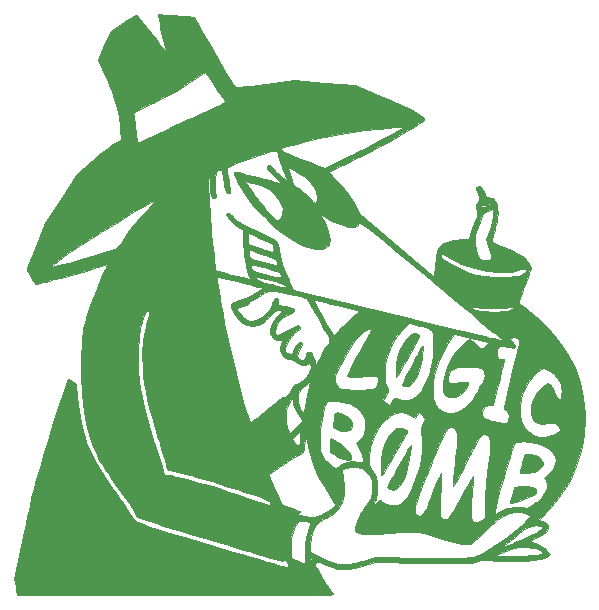
<source format=gto>
G04 #@! TF.GenerationSoftware,KiCad,Pcbnew,(5.1.2)-1*
G04 #@! TF.CreationDate,2019-07-09T23:08:42-04:00*
G04 #@! TF.ProjectId,SPIvSPI_SAO_Black,53504976-5350-4495-9f53-414f5f426c61,0*
G04 #@! TF.SameCoordinates,PX8b5c450PY5b57ca0*
G04 #@! TF.FileFunction,Legend,Top*
G04 #@! TF.FilePolarity,Positive*
%FSLAX46Y46*%
G04 Gerber Fmt 4.6, Leading zero omitted, Abs format (unit mm)*
G04 Created by KiCad (PCBNEW (5.1.2)-1) date 2019-07-09 23:08:42*
%MOMM*%
%LPD*%
G04 APERTURE LIST*
%ADD10C,0.010000*%
G04 APERTURE END LIST*
D10*
G36*
X7784977Y847091D02*
G01*
X7831317Y820454D01*
X7865594Y773244D01*
X7864184Y684454D01*
X7819969Y538742D01*
X7725830Y320766D01*
X7574647Y15183D01*
X7359301Y-393348D01*
X7072674Y-920169D01*
X6765700Y-1476000D01*
X6479770Y-1988643D01*
X6264588Y-2362652D01*
X6110166Y-2608241D01*
X6006517Y-2735624D01*
X5943657Y-2755015D01*
X5911597Y-2676629D01*
X5900352Y-2510680D01*
X5899470Y-2361976D01*
X5939071Y-1759848D01*
X6046969Y-1176573D01*
X6212098Y-630380D01*
X6423392Y-139502D01*
X6669782Y277831D01*
X6940203Y603388D01*
X7223586Y818938D01*
X7508867Y906249D01*
X7784977Y847091D01*
X7784977Y847091D01*
G37*
X7784977Y847091D02*
X7831317Y820454D01*
X7865594Y773244D01*
X7864184Y684454D01*
X7819969Y538742D01*
X7725830Y320766D01*
X7574647Y15183D01*
X7359301Y-393348D01*
X7072674Y-920169D01*
X6765700Y-1476000D01*
X6479770Y-1988643D01*
X6264588Y-2362652D01*
X6110166Y-2608241D01*
X6006517Y-2735624D01*
X5943657Y-2755015D01*
X5911597Y-2676629D01*
X5900352Y-2510680D01*
X5899470Y-2361976D01*
X5939071Y-1759848D01*
X6046969Y-1176573D01*
X6212098Y-630380D01*
X6423392Y-139502D01*
X6669782Y277831D01*
X6940203Y603388D01*
X7223586Y818938D01*
X7508867Y906249D01*
X7784977Y847091D01*
G36*
X8204173Y-262433D02*
G01*
X8196587Y-488454D01*
X8165273Y-801943D01*
X8115118Y-1163640D01*
X8051008Y-1534284D01*
X7977831Y-1874616D01*
X7962529Y-1935621D01*
X7780808Y-2497516D01*
X7558095Y-2957806D01*
X7306668Y-3303213D01*
X7038804Y-3520460D01*
X6766780Y-3596268D01*
X6502875Y-3517360D01*
X6501037Y-3516201D01*
X6474024Y-3458885D01*
X6496942Y-3337581D01*
X6577484Y-3134355D01*
X6723342Y-2831273D01*
X6942211Y-2410402D01*
X7108837Y-2099330D01*
X7353947Y-1642642D01*
X7580943Y-1215480D01*
X7773348Y-849174D01*
X7914684Y-575055D01*
X7980252Y-442459D01*
X8083351Y-255579D01*
X8165225Y-164134D01*
X8183144Y-163138D01*
X8204173Y-262433D01*
X8204173Y-262433D01*
G37*
X8204173Y-262433D02*
X8196587Y-488454D01*
X8165273Y-801943D01*
X8115118Y-1163640D01*
X8051008Y-1534284D01*
X7977831Y-1874616D01*
X7962529Y-1935621D01*
X7780808Y-2497516D01*
X7558095Y-2957806D01*
X7306668Y-3303213D01*
X7038804Y-3520460D01*
X6766780Y-3596268D01*
X6502875Y-3517360D01*
X6501037Y-3516201D01*
X6474024Y-3458885D01*
X6496942Y-3337581D01*
X6577484Y-3134355D01*
X6723342Y-2831273D01*
X6942211Y-2410402D01*
X7108837Y-2099330D01*
X7353947Y-1642642D01*
X7580943Y-1215480D01*
X7773348Y-849174D01*
X7914684Y-575055D01*
X7980252Y-442459D01*
X8083351Y-255579D01*
X8165225Y-164134D01*
X8183144Y-163138D01*
X8204173Y-262433D01*
G36*
X1224299Y-5856551D02*
G01*
X1554218Y-6009685D01*
X1861675Y-6219513D01*
X2028003Y-6381115D01*
X2212598Y-6683995D01*
X2248865Y-6951651D01*
X2156636Y-7168734D01*
X1955745Y-7319895D01*
X1666026Y-7389784D01*
X1307314Y-7363054D01*
X923834Y-7235613D01*
X735630Y-7146321D01*
X625406Y-7061274D01*
X581491Y-6940035D01*
X592215Y-6742167D01*
X645907Y-6427234D01*
X663302Y-6332928D01*
X725724Y-6036593D01*
X787256Y-5872595D01*
X866287Y-5805038D01*
X938468Y-5795859D01*
X1224299Y-5856551D01*
X1224299Y-5856551D01*
G37*
X1224299Y-5856551D02*
X1554218Y-6009685D01*
X1861675Y-6219513D01*
X2028003Y-6381115D01*
X2212598Y-6683995D01*
X2248865Y-6951651D01*
X2156636Y-7168734D01*
X1955745Y-7319895D01*
X1666026Y-7389784D01*
X1307314Y-7363054D01*
X923834Y-7235613D01*
X735630Y-7146321D01*
X625406Y-7061274D01*
X581491Y-6940035D01*
X592215Y-6742167D01*
X645907Y-6427234D01*
X663302Y-6332928D01*
X725724Y-6036593D01*
X787256Y-5872595D01*
X866287Y-5805038D01*
X938468Y-5795859D01*
X1224299Y-5856551D01*
G36*
X848451Y-8184377D02*
G01*
X1279793Y-8477614D01*
X1645856Y-8793772D01*
X1927347Y-9109817D01*
X2104972Y-9402714D01*
X2159440Y-9649431D01*
X2142633Y-9729479D01*
X2045719Y-9829816D01*
X1853156Y-9838124D01*
X1543747Y-9754356D01*
X1469865Y-9727977D01*
X1202877Y-9615951D01*
X885371Y-9463701D01*
X729031Y-9381820D01*
X489749Y-9243101D01*
X364825Y-9128639D01*
X317257Y-8986773D01*
X310000Y-8796794D01*
X322848Y-8497532D01*
X354478Y-8220874D01*
X361618Y-8181745D01*
X413235Y-7923657D01*
X848451Y-8184377D01*
X848451Y-8184377D01*
G37*
X848451Y-8184377D02*
X1279793Y-8477614D01*
X1645856Y-8793772D01*
X1927347Y-9109817D01*
X2104972Y-9402714D01*
X2159440Y-9649431D01*
X2142633Y-9729479D01*
X2045719Y-9829816D01*
X1853156Y-9838124D01*
X1543747Y-9754356D01*
X1469865Y-9727977D01*
X1202877Y-9615951D01*
X885371Y-9463701D01*
X729031Y-9381820D01*
X489749Y-9243101D01*
X364825Y-9128639D01*
X317257Y-8986773D01*
X310000Y-8796794D01*
X322848Y-8497532D01*
X354478Y-8220874D01*
X361618Y-8181745D01*
X413235Y-7923657D01*
X848451Y-8184377D01*
G36*
X6659926Y-7183216D02*
G01*
X6775674Y-7256882D01*
X6824919Y-7303853D01*
X6844405Y-7368787D01*
X6825360Y-7472013D01*
X6759017Y-7633858D01*
X6636603Y-7874650D01*
X6449349Y-8214717D01*
X6188485Y-8674385D01*
X6089175Y-8848059D01*
X5715250Y-9500037D01*
X5415665Y-10018689D01*
X5181696Y-10418251D01*
X5004621Y-10712959D01*
X4875715Y-10917049D01*
X4786256Y-11044755D01*
X4727521Y-11110315D01*
X4692117Y-11128000D01*
X4660404Y-11050638D01*
X4638452Y-10847620D01*
X4630926Y-10562544D01*
X4630954Y-10556500D01*
X4671420Y-9839325D01*
X4779166Y-9175377D01*
X4945177Y-8578526D01*
X5160437Y-8062643D01*
X5415931Y-7641599D01*
X5702642Y-7329264D01*
X6011555Y-7139508D01*
X6333655Y-7086202D01*
X6659926Y-7183216D01*
X6659926Y-7183216D01*
G37*
X6659926Y-7183216D02*
X6775674Y-7256882D01*
X6824919Y-7303853D01*
X6844405Y-7368787D01*
X6825360Y-7472013D01*
X6759017Y-7633858D01*
X6636603Y-7874650D01*
X6449349Y-8214717D01*
X6188485Y-8674385D01*
X6089175Y-8848059D01*
X5715250Y-9500037D01*
X5415665Y-10018689D01*
X5181696Y-10418251D01*
X5004621Y-10712959D01*
X4875715Y-10917049D01*
X4786256Y-11044755D01*
X4727521Y-11110315D01*
X4692117Y-11128000D01*
X4660404Y-11050638D01*
X4638452Y-10847620D01*
X4630926Y-10562544D01*
X4630954Y-10556500D01*
X4671420Y-9839325D01*
X4779166Y-9175377D01*
X4945177Y-8578526D01*
X5160437Y-8062643D01*
X5415931Y-7641599D01*
X5702642Y-7329264D01*
X6011555Y-7139508D01*
X6333655Y-7086202D01*
X6659926Y-7183216D01*
G36*
X7166574Y-8769147D02*
G01*
X7152044Y-8955592D01*
X7112191Y-9252237D01*
X7054776Y-9603208D01*
X7037188Y-9700480D01*
X6863636Y-10489000D01*
X6660418Y-11147876D01*
X6431845Y-11670345D01*
X6182228Y-12049650D01*
X5915879Y-12279029D01*
X5637108Y-12351723D01*
X5390000Y-12283392D01*
X5242314Y-12174456D01*
X5196877Y-12081446D01*
X5241183Y-11987037D01*
X5354218Y-11771418D01*
X5521469Y-11460840D01*
X5728424Y-11081553D01*
X5960569Y-10659807D01*
X6203392Y-10221854D01*
X6442381Y-9793944D01*
X6663021Y-9402327D01*
X6850800Y-9073254D01*
X6991206Y-8832975D01*
X7011245Y-8799667D01*
X7165147Y-8545667D01*
X7166574Y-8769147D01*
X7166574Y-8769147D01*
G37*
X7166574Y-8769147D02*
X7152044Y-8955592D01*
X7112191Y-9252237D01*
X7054776Y-9603208D01*
X7037188Y-9700480D01*
X6863636Y-10489000D01*
X6660418Y-11147876D01*
X6431845Y-11670345D01*
X6182228Y-12049650D01*
X5915879Y-12279029D01*
X5637108Y-12351723D01*
X5390000Y-12283392D01*
X5242314Y-12174456D01*
X5196877Y-12081446D01*
X5241183Y-11987037D01*
X5354218Y-11771418D01*
X5521469Y-11460840D01*
X5728424Y-11081553D01*
X5960569Y-10659807D01*
X6203392Y-10221854D01*
X6442381Y-9793944D01*
X6663021Y-9402327D01*
X6850800Y-9073254D01*
X6991206Y-8832975D01*
X7011245Y-8799667D01*
X7165147Y-8545667D01*
X7166574Y-8769147D01*
G36*
X17251673Y-9336703D02*
G01*
X17716472Y-9427223D01*
X18077876Y-9610779D01*
X18309930Y-9874072D01*
X18313446Y-9880778D01*
X18394164Y-10068113D01*
X18379528Y-10203334D01*
X18279699Y-10356194D01*
X17981160Y-10647182D01*
X17584922Y-10835670D01*
X17066687Y-10932584D01*
X16982483Y-10939504D01*
X16665181Y-10955525D01*
X16483773Y-10944071D01*
X16406413Y-10900842D01*
X16396667Y-10860380D01*
X16422515Y-10729305D01*
X16491557Y-10482667D01*
X16591036Y-10164728D01*
X16637840Y-10023504D01*
X16879013Y-9307667D01*
X17251673Y-9336703D01*
X17251673Y-9336703D01*
G37*
X17251673Y-9336703D02*
X17716472Y-9427223D01*
X18077876Y-9610779D01*
X18309930Y-9874072D01*
X18313446Y-9880778D01*
X18394164Y-10068113D01*
X18379528Y-10203334D01*
X18279699Y-10356194D01*
X17981160Y-10647182D01*
X17584922Y-10835670D01*
X17066687Y-10932584D01*
X16982483Y-10939504D01*
X16665181Y-10955525D01*
X16483773Y-10944071D01*
X16406413Y-10900842D01*
X16396667Y-10860380D01*
X16422515Y-10729305D01*
X16491557Y-10482667D01*
X16591036Y-10164728D01*
X16637840Y-10023504D01*
X16879013Y-9307667D01*
X17251673Y-9336703D01*
G36*
X17409146Y-12092873D02*
G01*
X17686298Y-12224873D01*
X17780496Y-12327403D01*
X17808564Y-12498760D01*
X17681162Y-12678626D01*
X17395024Y-12869184D01*
X16946888Y-13072621D01*
X16348244Y-13286314D01*
X15981157Y-13404275D01*
X15748109Y-13468950D01*
X15622411Y-13480351D01*
X15577378Y-13438494D01*
X15586321Y-13343394D01*
X15599969Y-13286722D01*
X15654221Y-13089226D01*
X15737905Y-12803888D01*
X15803465Y-12588222D01*
X15953767Y-12101667D01*
X16525219Y-12044065D01*
X17013649Y-12030692D01*
X17409146Y-12092873D01*
X17409146Y-12092873D01*
G37*
X17409146Y-12092873D02*
X17686298Y-12224873D01*
X17780496Y-12327403D01*
X17808564Y-12498760D01*
X17681162Y-12678626D01*
X17395024Y-12869184D01*
X16946888Y-13072621D01*
X16348244Y-13286314D01*
X15981157Y-13404275D01*
X15748109Y-13468950D01*
X15622411Y-13480351D01*
X15577378Y-13438494D01*
X15586321Y-13343394D01*
X15599969Y-13286722D01*
X15654221Y-13089226D01*
X15737905Y-12803888D01*
X15803465Y-12588222D01*
X15953767Y-12101667D01*
X16525219Y-12044065D01*
X17013649Y-12030692D01*
X17409146Y-12092873D01*
G36*
X-13337390Y27870649D02*
G01*
X-12874232Y27841297D01*
X-12390678Y27808769D01*
X-11962745Y27778249D01*
X-11795729Y27765545D01*
X-11159125Y27715548D01*
X-10919394Y27280274D01*
X-10313339Y26185528D01*
X-9760087Y25197692D01*
X-9262794Y24322092D01*
X-8824617Y23564050D01*
X-8448710Y22928892D01*
X-8138230Y22421942D01*
X-7896333Y22048523D01*
X-7726174Y21813961D01*
X-7630911Y21723578D01*
X-7625126Y21722667D01*
X-7501576Y21732945D01*
X-7232923Y21761980D01*
X-6842037Y21807078D01*
X-6351785Y21865543D01*
X-5785034Y21934678D01*
X-5164652Y22011788D01*
X-5042776Y22027097D01*
X-2623150Y22331527D01*
X-77075Y22108138D01*
X2469000Y21884750D01*
X4416334Y21113613D01*
X5251742Y20769365D01*
X6047289Y20415724D01*
X6778537Y20064892D01*
X7421048Y19729068D01*
X7950384Y19420455D01*
X8333425Y19157993D01*
X8332568Y19065507D01*
X8186261Y18906656D01*
X7902680Y18686294D01*
X7490004Y18409278D01*
X6956409Y18080463D01*
X6310072Y17704704D01*
X5559170Y17286858D01*
X4711880Y16831780D01*
X3776379Y16344325D01*
X2760844Y15829349D01*
X2553667Y15725878D01*
X1980645Y15440061D01*
X1458226Y15178855D01*
X1005219Y14951714D01*
X640434Y14768093D01*
X382679Y14637447D01*
X250764Y14569229D01*
X237609Y14561698D01*
X278309Y14497903D01*
X415235Y14361970D01*
X533942Y14256515D01*
X1317446Y13485957D01*
X1986303Y12624127D01*
X2515082Y11704233D01*
X2557315Y11614577D01*
X2853341Y10973868D01*
X9157667Y5696030D01*
X9258623Y6660848D01*
X9303989Y7076298D01*
X9348759Y7455137D01*
X9351358Y7475109D01*
X9717117Y7475109D01*
X9779354Y7327261D01*
X9970053Y7148638D01*
X10297851Y6932184D01*
X10771387Y6670845D01*
X11139892Y6484200D01*
X11938904Y6127568D01*
X12692149Y5880660D01*
X13454267Y5731685D01*
X14279901Y5668852D01*
X14915000Y5669553D01*
X15475194Y5692447D01*
X15904510Y5731630D01*
X16241003Y5791791D01*
X16481334Y5862524D01*
X16764708Y5978913D01*
X16917443Y6090185D01*
X16975324Y6222471D01*
X16975455Y6223364D01*
X16976578Y6324326D01*
X16926826Y6377371D01*
X16800817Y6381725D01*
X16573166Y6336615D01*
X16218488Y6241268D01*
X16058000Y6195412D01*
X15665428Y6118335D01*
X15149655Y6072134D01*
X14693023Y6060338D01*
X13610321Y6142675D01*
X12525840Y6392484D01*
X11437706Y6810339D01*
X10374343Y7378343D01*
X10063335Y7551081D01*
X9866087Y7619890D01*
X9774704Y7599237D01*
X9717117Y7475109D01*
X9351358Y7475109D01*
X9387188Y7750386D01*
X9409669Y7895730D01*
X9550603Y8207529D01*
X9837107Y8467398D01*
X10251136Y8667028D01*
X10774641Y8798112D01*
X11216102Y8837043D01*
X12590324Y8837043D01*
X12622964Y8407676D01*
X12682656Y8016429D01*
X12792562Y7575389D01*
X12953662Y7284397D01*
X13180990Y7128071D01*
X13489583Y7091031D01*
X13580008Y7098473D01*
X13813721Y7132281D01*
X13965847Y7168213D01*
X13990045Y7180489D01*
X13986938Y7274033D01*
X13946780Y7494979D01*
X13876806Y7807289D01*
X13810713Y8073595D01*
X13591033Y8926354D01*
X13850850Y9683059D01*
X14028441Y10292359D01*
X14105920Y10803056D01*
X14110667Y10951599D01*
X14110667Y11463433D01*
X13694144Y11287457D01*
X13439559Y11164555D01*
X13301816Y11043271D01*
X13234968Y10878601D01*
X13224299Y10827256D01*
X13161488Y10612268D01*
X13045068Y10307865D01*
X12898711Y9975299D01*
X12878823Y9933404D01*
X12712741Y9546042D01*
X12618413Y9198544D01*
X12590324Y8837043D01*
X11216102Y8837043D01*
X11389576Y8852341D01*
X11489859Y8853333D01*
X12140317Y8853333D01*
X12190189Y9217186D01*
X12251250Y9468641D01*
X12367846Y9805455D01*
X12517071Y10162915D01*
X12549924Y10233523D01*
X12697729Y10552510D01*
X12782421Y10784866D01*
X12810504Y10990429D01*
X12788481Y11229039D01*
X12722854Y11560535D01*
X12703777Y11649240D01*
X12704122Y11653683D01*
X13110895Y11653683D01*
X13147397Y11582583D01*
X13281649Y11568347D01*
X13451559Y11611944D01*
X13518000Y11647333D01*
X13584492Y11709093D01*
X13500401Y11729762D01*
X13454500Y11730704D01*
X13276819Y11734314D01*
X13202617Y11738350D01*
X13122318Y11679763D01*
X13110895Y11653683D01*
X12704122Y11653683D01*
X12711525Y11748786D01*
X13713881Y11748786D01*
X13721957Y11732000D01*
X13792693Y11787993D01*
X13856667Y11859000D01*
X13908185Y11962140D01*
X13876092Y11986000D01*
X13774204Y11918372D01*
X13741382Y11859000D01*
X13713881Y11748786D01*
X12711525Y11748786D01*
X12721558Y11877660D01*
X12833884Y12022195D01*
X12955203Y12152680D01*
X12998176Y12285525D01*
X12962954Y12468686D01*
X12849688Y12750119D01*
X12836273Y12780547D01*
X12728578Y13074185D01*
X12724665Y13251189D01*
X12827607Y13331054D01*
X12924565Y13340667D01*
X13091969Y13263534D01*
X13277807Y13051484D01*
X13458120Y12733543D01*
X13496702Y12647532D01*
X13605435Y12484897D01*
X13786404Y12409759D01*
X13915907Y12393532D01*
X14172670Y12322045D01*
X14354763Y12145738D01*
X14469865Y11848458D01*
X14525658Y11414050D01*
X14533869Y11093801D01*
X14517659Y10667729D01*
X14458965Y10287659D01*
X14342968Y9871707D01*
X14277702Y9678364D01*
X14134946Y9237666D01*
X14069347Y8922728D01*
X14088117Y8705097D01*
X14198468Y8556321D01*
X14407610Y8447947D01*
X14605775Y8384008D01*
X15054126Y8231926D01*
X15538682Y8029967D01*
X16011470Y7801546D01*
X16424515Y7570077D01*
X16729844Y7358974D01*
X16762258Y7331505D01*
X17062669Y7015615D01*
X17259080Y6698474D01*
X17327479Y6423371D01*
X17297266Y6297674D01*
X17213799Y6043698D01*
X17087298Y5690149D01*
X16927984Y5265735D01*
X16777051Y4877419D01*
X16568245Y4337564D01*
X16423880Y3937379D01*
X16339386Y3661902D01*
X16310191Y3496172D01*
X16331722Y3425226D01*
X16333072Y3424424D01*
X16701334Y3189975D01*
X17146475Y2863209D01*
X17629903Y2475664D01*
X18113025Y2058876D01*
X18557248Y1644383D01*
X18755949Y1444494D01*
X19676136Y375482D01*
X20440093Y-757771D01*
X21046938Y-1953102D01*
X21495791Y-3208347D01*
X21785772Y-4521340D01*
X21916002Y-5889918D01*
X21923785Y-6344333D01*
X21840848Y-7731113D01*
X21596896Y-9066539D01*
X21193318Y-10347193D01*
X20631508Y-11569652D01*
X19912857Y-12730496D01*
X19038757Y-13826306D01*
X18754904Y-14132992D01*
X18002194Y-14920340D01*
X18273433Y-15014895D01*
X18621933Y-15177296D01*
X18805698Y-15364831D01*
X18824370Y-15578473D01*
X18677593Y-15819198D01*
X18365008Y-16087980D01*
X17886260Y-16385795D01*
X17742321Y-16463968D01*
X17445347Y-16627760D01*
X17289788Y-16731248D01*
X17263127Y-16784687D01*
X17334084Y-16798439D01*
X17774260Y-16874116D01*
X18217503Y-17071288D01*
X18595427Y-17357932D01*
X18649206Y-17414303D01*
X18962104Y-17760643D01*
X18771637Y-17914874D01*
X18487143Y-18082362D01*
X18087624Y-18211199D01*
X17558030Y-18304520D01*
X16883310Y-18365462D01*
X16523667Y-18383343D01*
X15969467Y-18394177D01*
X15358391Y-18388135D01*
X14767970Y-18366888D01*
X14313026Y-18335661D01*
X13868781Y-18297236D01*
X13549274Y-18279684D01*
X13310945Y-18285186D01*
X13110233Y-18315925D01*
X12903578Y-18374083D01*
X12790834Y-18411913D01*
X12670696Y-18451275D01*
X12549117Y-18483821D01*
X12410164Y-18509983D01*
X12237902Y-18530193D01*
X12016397Y-18544882D01*
X11729715Y-18554481D01*
X11361922Y-18559422D01*
X10897085Y-18560136D01*
X10319268Y-18557055D01*
X9612539Y-18550611D01*
X8760962Y-18541234D01*
X8239573Y-18535154D01*
X4185195Y-18487441D01*
X3084443Y-18795812D01*
X2428291Y-18963224D01*
X1882664Y-19058165D01*
X1404573Y-19079632D01*
X951033Y-19026623D01*
X479055Y-18898135D01*
X20459Y-18724369D01*
X-362641Y-18574167D01*
X-620441Y-18494507D01*
X-778469Y-18478963D01*
X-847374Y-18505930D01*
X-945944Y-18633793D01*
X-960000Y-18688365D01*
X-915976Y-18786390D01*
X-794349Y-18999710D01*
X-610782Y-19302292D01*
X-380940Y-19668097D01*
X-219166Y-19919706D01*
X36994Y-20315223D01*
X263495Y-20665907D01*
X442995Y-20944836D01*
X558153Y-21125085D01*
X589374Y-21175041D01*
X575883Y-21190220D01*
X511648Y-21204031D01*
X389591Y-21216534D01*
X202632Y-21227789D01*
X-56310Y-21237857D01*
X-394315Y-21246796D01*
X-818461Y-21254668D01*
X-1335830Y-21261533D01*
X-1953501Y-21267450D01*
X-2678553Y-21272480D01*
X-3518067Y-21276683D01*
X-4479122Y-21280119D01*
X-5568798Y-21282848D01*
X-6794176Y-21284929D01*
X-8162334Y-21286424D01*
X-9680354Y-21287392D01*
X-11355314Y-21287894D01*
X-12719463Y-21288000D01*
X-14211138Y-21287605D01*
X-15656597Y-21286448D01*
X-17046786Y-21284573D01*
X-18372653Y-21282022D01*
X-19625144Y-21278838D01*
X-20795207Y-21275064D01*
X-21873788Y-21270743D01*
X-22851835Y-21265917D01*
X-23720296Y-21260630D01*
X-24470116Y-21254924D01*
X-25092243Y-21248842D01*
X-25577625Y-21242427D01*
X-25917208Y-21235722D01*
X-26101939Y-21228770D01*
X-26134682Y-21224500D01*
X-26166114Y-21115419D01*
X-26213789Y-20885240D01*
X-26268260Y-20580237D01*
X-26277235Y-20526000D01*
X-26381113Y-19891000D01*
X-25562105Y-15954000D01*
X-25422356Y-15282343D01*
X-25296510Y-14681010D01*
X-25180672Y-14136155D01*
X-25070945Y-13633929D01*
X-24963434Y-13160484D01*
X-24854245Y-12701974D01*
X-24739480Y-12244550D01*
X-24615245Y-11774365D01*
X-24477645Y-11277571D01*
X-24322783Y-10740321D01*
X-24146764Y-10148767D01*
X-23945693Y-9489060D01*
X-23715674Y-8747355D01*
X-23452812Y-7909803D01*
X-23153211Y-6962556D01*
X-22812976Y-5891767D01*
X-22428210Y-4683588D01*
X-22115819Y-3703279D01*
X-21867778Y-2924892D01*
X-21504455Y-3151093D01*
X-21141133Y-3377294D01*
X-21038119Y-4522147D01*
X-20910853Y-5651936D01*
X-20735658Y-6679471D01*
X-20501139Y-7632888D01*
X-20195900Y-8540324D01*
X-19808544Y-9429914D01*
X-19327674Y-10329795D01*
X-18741894Y-11268103D01*
X-18039807Y-12272974D01*
X-17728002Y-12694333D01*
X-17425778Y-13108674D01*
X-17120907Y-13546147D01*
X-16849137Y-13954339D01*
X-16648059Y-14277686D01*
X-16459372Y-14592210D01*
X-16310428Y-14799565D01*
X-16157413Y-14939865D01*
X-15956511Y-15053223D01*
X-15663909Y-15179754D01*
X-15661815Y-15180622D01*
X-15339475Y-15304592D01*
X-14887686Y-15462448D01*
X-14302163Y-15655517D01*
X-13578617Y-15885122D01*
X-12712762Y-16152590D01*
X-11700311Y-16459247D01*
X-10536979Y-16806417D01*
X-9218476Y-17195425D01*
X-7860333Y-17592685D01*
X-7084523Y-17819061D01*
X-6341076Y-18036462D01*
X-5649581Y-18239125D01*
X-5029630Y-18421288D01*
X-4500813Y-18577188D01*
X-4082721Y-18701065D01*
X-3794944Y-18787157D01*
X-3687296Y-18820047D01*
X-3403752Y-18904879D01*
X-3248199Y-18936799D01*
X-3188338Y-18917497D01*
X-3191872Y-18848664D01*
X-3192593Y-18845952D01*
X-3239588Y-18656782D01*
X-3281313Y-18475876D01*
X-3338949Y-18316831D01*
X-3441658Y-18291507D01*
X-3521235Y-18315952D01*
X-3751149Y-18346708D01*
X-3922552Y-18322830D01*
X-4043773Y-18287208D01*
X-4311140Y-18208848D01*
X-4708277Y-18092545D01*
X-5218805Y-17943092D01*
X-5826345Y-17765285D01*
X-6514519Y-17563916D01*
X-6585401Y-17543178D01*
X-2986437Y-17543178D01*
X-2978721Y-17843264D01*
X-2951077Y-18027118D01*
X-2901424Y-18120923D01*
X-2894749Y-18126694D01*
X-2768019Y-18196504D01*
X-2541012Y-18299017D01*
X-2271565Y-18410624D01*
X-2017514Y-18507715D01*
X-1836695Y-18566680D01*
X-1798383Y-18574255D01*
X-1780697Y-18497741D01*
X-1773913Y-18288147D01*
X-1775523Y-18180594D01*
X-1370917Y-18180594D01*
X-1343628Y-18235748D01*
X-1236985Y-18286880D01*
X-1199110Y-18273131D01*
X-1171165Y-18195337D01*
X-1223675Y-18149353D01*
X-1350460Y-18107966D01*
X-1370917Y-18180594D01*
X-1775523Y-18180594D01*
X-1778506Y-17981408D01*
X-1787535Y-17752789D01*
X-1788008Y-17605000D01*
X-1341000Y-17605000D01*
X-621333Y-17966340D01*
X4959Y-18267731D01*
X529628Y-18481311D01*
X993120Y-18611411D01*
X1435883Y-18662357D01*
X1898363Y-18638480D01*
X2421007Y-18544109D01*
X3044262Y-18383571D01*
X3108439Y-18365526D01*
X4162334Y-18067719D01*
X8268667Y-18090359D01*
X9234468Y-18096234D01*
X10048005Y-18100732D01*
X10726343Y-18101494D01*
X11286549Y-18096159D01*
X11745688Y-18082366D01*
X12120826Y-18057756D01*
X12429029Y-18019968D01*
X12687364Y-17966642D01*
X12912895Y-17895418D01*
X12916928Y-17893659D01*
X14467678Y-17893659D01*
X14494911Y-17929205D01*
X14663933Y-17949524D01*
X14967160Y-17959856D01*
X15369824Y-17961262D01*
X15837157Y-17954802D01*
X16334393Y-17941537D01*
X16826764Y-17922527D01*
X17279501Y-17898834D01*
X17657837Y-17871516D01*
X17927005Y-17841636D01*
X18026500Y-17821481D01*
X18228144Y-17742845D01*
X18337512Y-17667597D01*
X18344000Y-17650906D01*
X18274391Y-17574842D01*
X18097038Y-17462588D01*
X17970033Y-17396738D01*
X17709874Y-17295641D01*
X17408849Y-17235799D01*
X17012444Y-17207844D01*
X16848199Y-17203969D01*
X16500183Y-17203817D01*
X16223951Y-17223479D01*
X15964371Y-17274199D01*
X15666312Y-17367221D01*
X15274641Y-17513787D01*
X15214578Y-17537125D01*
X14813638Y-17700155D01*
X14567155Y-17817647D01*
X14467678Y-17893659D01*
X12916928Y-17893659D01*
X13122690Y-17803936D01*
X13333814Y-17689834D01*
X13563332Y-17550753D01*
X13828311Y-17384333D01*
X13957800Y-17303534D01*
X14081096Y-17222694D01*
X14893941Y-17222694D01*
X14895527Y-17224000D01*
X14984268Y-17193577D01*
X15199044Y-17110328D01*
X15509467Y-16986277D01*
X15885153Y-16833454D01*
X15963063Y-16801475D01*
X16721374Y-16480555D01*
X17324652Y-16204550D01*
X17780110Y-15969902D01*
X18094962Y-15773056D01*
X18174924Y-15711056D01*
X18309079Y-15581101D01*
X18316942Y-15499298D01*
X18259334Y-15449016D01*
X18054500Y-15383301D01*
X17755320Y-15366256D01*
X17429136Y-15396264D01*
X17143294Y-15471702D01*
X17132491Y-15476125D01*
X16934475Y-15588395D01*
X16667070Y-15778015D01*
X16384275Y-16006360D01*
X16352044Y-16034376D01*
X16019928Y-16316792D01*
X15650999Y-16617287D01*
X15351111Y-16850917D01*
X15117954Y-17030270D01*
X14955478Y-17162456D01*
X14893941Y-17222694D01*
X14081096Y-17222694D01*
X14338376Y-17054008D01*
X14763003Y-16753070D01*
X15210768Y-16418009D01*
X15660760Y-16066112D01*
X16092066Y-15714670D01*
X16483775Y-15380971D01*
X16814974Y-15082303D01*
X17064751Y-14835956D01*
X17212194Y-14659217D01*
X17243334Y-14587266D01*
X17173012Y-14507459D01*
X16994775Y-14397544D01*
X16883500Y-14343053D01*
X16449871Y-14205877D01*
X16004622Y-14189589D01*
X15536471Y-14299339D01*
X15034136Y-14540283D01*
X14486337Y-14917572D01*
X13881791Y-15436360D01*
X13348951Y-15957515D01*
X12965442Y-16336859D01*
X12637107Y-16636227D01*
X12382340Y-16839787D01*
X12219532Y-16931706D01*
X12216219Y-16932584D01*
X11929839Y-16968206D01*
X11563007Y-16946532D01*
X11098870Y-16864319D01*
X10520575Y-16718326D01*
X9811272Y-16505311D01*
X9538667Y-16417498D01*
X8845097Y-16199704D01*
X8263283Y-16042404D01*
X7748738Y-15940816D01*
X7256971Y-15890157D01*
X6743494Y-15885643D01*
X6163819Y-15922491D01*
X5542215Y-15987827D01*
X5064120Y-16039215D01*
X4596622Y-16081655D01*
X4190420Y-16111029D01*
X3896213Y-16123218D01*
X3874216Y-16123333D01*
X3469695Y-16105131D01*
X3086473Y-16056009D01*
X2763252Y-15984194D01*
X2538732Y-15897914D01*
X2455240Y-15821671D01*
X2452709Y-15643149D01*
X2472801Y-15558889D01*
X2878222Y-15558889D01*
X2889845Y-15609223D01*
X2934667Y-15615333D01*
X3004357Y-15584355D01*
X2991111Y-15558889D01*
X2890632Y-15548756D01*
X2878222Y-15558889D01*
X2472801Y-15558889D01*
X2520733Y-15357877D01*
X2643626Y-15004829D01*
X2805700Y-14622983D01*
X2991268Y-14251313D01*
X3118519Y-14039079D01*
X7506667Y-14039079D01*
X7562708Y-14282031D01*
X7702456Y-14479808D01*
X7883346Y-14580938D01*
X7956433Y-14582984D01*
X8147628Y-14477794D01*
X8346352Y-14233312D01*
X8533595Y-13877484D01*
X8654079Y-13557387D01*
X8742351Y-13305382D01*
X8868484Y-12973356D01*
X9020033Y-12591014D01*
X9184550Y-12188060D01*
X9349586Y-11794199D01*
X9502697Y-11439136D01*
X9631433Y-11152574D01*
X9723348Y-10964218D01*
X9765995Y-10903773D01*
X9766023Y-10903801D01*
X9771444Y-10994642D01*
X9767027Y-11228509D01*
X9753782Y-11579442D01*
X9732719Y-12021480D01*
X9704846Y-12528662D01*
X9698984Y-12628223D01*
X9670730Y-13160138D01*
X9651246Y-13646457D01*
X9641228Y-14057256D01*
X9641372Y-14362610D01*
X9652373Y-14532594D01*
X9654484Y-14542589D01*
X9778639Y-14743026D01*
X9990614Y-14831664D01*
X10238707Y-14792661D01*
X10322450Y-14747278D01*
X10443493Y-14621378D01*
X10614670Y-14384147D01*
X10808895Y-14074953D01*
X10925867Y-13870112D01*
X11356496Y-13089033D01*
X11711452Y-12450803D01*
X11994572Y-11948764D01*
X12209694Y-11576258D01*
X12360654Y-11326627D01*
X12451287Y-11193214D01*
X12483942Y-11166386D01*
X12490054Y-11261116D01*
X12474659Y-11481462D01*
X12441029Y-11785531D01*
X12427354Y-11890676D01*
X12384530Y-12264496D01*
X12340788Y-12739973D01*
X12301912Y-13249564D01*
X12278700Y-13626998D01*
X12257621Y-14081339D01*
X12252902Y-14400577D01*
X12266820Y-14618352D01*
X12301652Y-14768307D01*
X12359678Y-14884084D01*
X12364287Y-14891199D01*
X12561148Y-15069207D01*
X12806260Y-15089806D01*
X13086234Y-14953301D01*
X13185566Y-14872429D01*
X13448470Y-14637524D01*
X13457695Y-14231152D01*
X14280000Y-14231152D01*
X14280000Y-14510937D01*
X14682167Y-14255837D01*
X15003738Y-14079652D01*
X15356405Y-13926314D01*
X15501867Y-13876702D01*
X16022605Y-13767522D01*
X16468438Y-13779256D01*
X16716698Y-13843524D01*
X16880233Y-13885392D01*
X17035535Y-13877112D01*
X17215014Y-13804484D01*
X17451083Y-13653311D01*
X17776152Y-13409394D01*
X17864117Y-13340869D01*
X18295191Y-12946900D01*
X18588546Y-12553183D01*
X18738543Y-12173679D01*
X18739542Y-11822348D01*
X18596968Y-11526918D01*
X18426603Y-11310334D01*
X18691702Y-11121566D01*
X18961141Y-10870372D01*
X19199121Y-10544445D01*
X19371511Y-10200398D01*
X19444182Y-9894844D01*
X19444667Y-9872584D01*
X19363935Y-9488143D01*
X19135465Y-9134387D01*
X18779847Y-8823570D01*
X18317671Y-8567948D01*
X17769526Y-8379776D01*
X17156003Y-8271311D01*
X16717545Y-8249333D01*
X16352285Y-8266481D01*
X16099367Y-8337165D01*
X15925570Y-8490251D01*
X15797671Y-8754600D01*
X15685759Y-9145754D01*
X15605064Y-9447692D01*
X15487121Y-9860788D01*
X15346558Y-10335011D01*
X15198008Y-10820329D01*
X15167995Y-10916333D01*
X14896895Y-11795600D01*
X14671963Y-12557916D01*
X14495567Y-13194450D01*
X14370072Y-13696373D01*
X14297843Y-14054851D01*
X14280000Y-14231152D01*
X13457695Y-14231152D01*
X13479176Y-13284929D01*
X13499406Y-12726375D01*
X13533507Y-12136023D01*
X13577159Y-11575306D01*
X13626042Y-11105658D01*
X13639777Y-11001000D01*
X13739627Y-10277765D01*
X13816347Y-9701631D01*
X13871921Y-9252238D01*
X13908331Y-8909226D01*
X13927562Y-8652235D01*
X13931596Y-8460905D01*
X13922416Y-8314876D01*
X13909605Y-8230888D01*
X13794201Y-7908228D01*
X13610523Y-7712174D01*
X13385397Y-7654483D01*
X13145649Y-7746913D01*
X13034067Y-7847167D01*
X12937701Y-7987314D01*
X12786104Y-8249446D01*
X12596262Y-8602381D01*
X12385158Y-9014940D01*
X12261578Y-9265333D01*
X11971795Y-9852200D01*
X11690703Y-10406013D01*
X11428425Y-10908189D01*
X11195086Y-11340144D01*
X11000809Y-11683294D01*
X10855718Y-11919054D01*
X10769938Y-12028842D01*
X10753937Y-12032825D01*
X10748309Y-11938912D01*
X10759683Y-11707138D01*
X10785879Y-11367888D01*
X10824719Y-10951544D01*
X10847052Y-10734759D01*
X10903482Y-10202107D01*
X10962376Y-9645023D01*
X11017270Y-9124713D01*
X11061703Y-8702382D01*
X11067077Y-8651164D01*
X11109069Y-8070666D01*
X11093819Y-7636739D01*
X11016674Y-7334994D01*
X10872982Y-7151042D01*
X10658090Y-7070493D01*
X10553906Y-7064000D01*
X10362360Y-7145425D01*
X10144839Y-7383022D01*
X9907843Y-7766770D01*
X9657872Y-8286651D01*
X9482955Y-8715000D01*
X9315192Y-9144035D01*
X9102578Y-9677342D01*
X8865987Y-10263135D01*
X8626293Y-10849630D01*
X8476233Y-11212667D01*
X8139020Y-12043522D01*
X7871775Y-12744382D01*
X7676230Y-13310198D01*
X7554117Y-13735923D01*
X7507169Y-14016506D01*
X7506667Y-14039079D01*
X3118519Y-14039079D01*
X3184643Y-13928795D01*
X3259199Y-13824208D01*
X3467013Y-13549854D01*
X3648044Y-13309925D01*
X3766502Y-13151867D01*
X3774519Y-13141051D01*
X3841677Y-12970264D01*
X3897094Y-12679974D01*
X3930732Y-12328437D01*
X3943217Y-11976476D01*
X3925321Y-11726328D01*
X3864686Y-11511435D01*
X3748951Y-11265237D01*
X3724690Y-11218864D01*
X3417939Y-10800679D01*
X3022214Y-10517220D01*
X2561308Y-10376890D01*
X2059015Y-10388096D01*
X1680138Y-10496688D01*
X1353516Y-10627377D01*
X1472769Y-11237522D01*
X1566242Y-12043226D01*
X1519289Y-12769520D01*
X1335204Y-13409445D01*
X1017282Y-13956040D01*
X568816Y-14402347D01*
X-6899Y-14741406D01*
X-227425Y-14829718D01*
X-619346Y-15058270D01*
X-933635Y-15425256D01*
X-1162034Y-15914638D01*
X-1296284Y-16510377D01*
X-1329617Y-16970000D01*
X-1341000Y-17605000D01*
X-1788008Y-17605000D01*
X-1789811Y-17042647D01*
X-1714904Y-16422383D01*
X-1552458Y-15826289D01*
X-1435015Y-15516391D01*
X-1238505Y-15036449D01*
X-1736423Y-14978659D01*
X-2035358Y-14953606D01*
X-2242126Y-14979080D01*
X-2395338Y-15081415D01*
X-2533606Y-15286947D01*
X-2695541Y-15622011D01*
X-2702714Y-15637729D01*
X-2815138Y-15906164D01*
X-2889677Y-16155721D01*
X-2936047Y-16438354D01*
X-2963963Y-16806015D01*
X-2976308Y-17100677D01*
X-2986437Y-17543178D01*
X-6585401Y-17543178D01*
X-7266949Y-17343779D01*
X-8067256Y-17109668D01*
X-8241333Y-17058750D01*
X-9121463Y-16799705D01*
X-10015621Y-16533559D01*
X-10897957Y-16268204D01*
X-11742622Y-16011530D01*
X-12523764Y-15771429D01*
X-13215533Y-15555792D01*
X-13792080Y-15372512D01*
X-14167441Y-15249662D01*
X-15987215Y-14641667D01*
X-16268633Y-14135680D01*
X-16436067Y-13857014D01*
X-16671428Y-13494425D01*
X-16940717Y-13099212D01*
X-17158192Y-12793391D01*
X-17659656Y-12100365D01*
X-18071838Y-11522166D01*
X-18408020Y-11038883D01*
X-18681481Y-10630603D01*
X-18905504Y-10277416D01*
X-19093368Y-9959408D01*
X-19258354Y-9656667D01*
X-19286903Y-9601763D01*
X-19800330Y-8438403D01*
X-20202612Y-7151275D01*
X-20493892Y-5739473D01*
X-20674311Y-4202090D01*
X-20744010Y-2538220D01*
X-20703131Y-746956D01*
X-20694859Y-594058D01*
X-20684655Y-420337D01*
X-15921342Y-420337D01*
X-15920965Y-1460249D01*
X-15919195Y-1518333D01*
X-15881677Y-2282794D01*
X-15815584Y-3022434D01*
X-15715691Y-3762481D01*
X-15576775Y-4528160D01*
X-15393611Y-5344698D01*
X-15160975Y-6237322D01*
X-14873643Y-7231257D01*
X-14526392Y-8351731D01*
X-14462806Y-8551045D01*
X-14293055Y-9087861D01*
X-14135949Y-9596936D01*
X-14001006Y-10046468D01*
X-13897743Y-10404655D01*
X-13835678Y-10639694D01*
X-13829338Y-10667764D01*
X-13739691Y-11085771D01*
X-13370065Y-11100076D01*
X-13086602Y-11135517D01*
X-12662425Y-11222166D01*
X-12116378Y-11354527D01*
X-11467305Y-11527103D01*
X-10734049Y-11734398D01*
X-9935452Y-11970914D01*
X-9090359Y-12231156D01*
X-8217613Y-12509627D01*
X-7336057Y-12800829D01*
X-6464535Y-13099267D01*
X-6209333Y-13188864D01*
X-5698294Y-13369178D01*
X-5325257Y-13499298D01*
X-5068510Y-13585278D01*
X-4906336Y-13633175D01*
X-4817022Y-13649043D01*
X-4778854Y-13638940D01*
X-4770116Y-13608920D01*
X-4770000Y-13590258D01*
X-4742072Y-13446975D01*
X-4721833Y-13386996D01*
X-4784614Y-13324046D01*
X-4992023Y-13220342D01*
X-5325895Y-13081737D01*
X-5768066Y-12914085D01*
X-6300370Y-12723239D01*
X-6904643Y-12515054D01*
X-7562720Y-12295383D01*
X-8256437Y-12070080D01*
X-8967628Y-11844998D01*
X-9678129Y-11625993D01*
X-10369776Y-11418917D01*
X-11024403Y-11229624D01*
X-11371459Y-11133715D01*
X-4809798Y-11133715D01*
X-4803166Y-11159868D01*
X-4740495Y-11329086D01*
X-4628367Y-11603174D01*
X-4482096Y-11947423D01*
X-4316995Y-12327123D01*
X-4148379Y-12707567D01*
X-3991559Y-13054045D01*
X-3861849Y-13331848D01*
X-3774563Y-13506267D01*
X-3751076Y-13544523D01*
X-3640069Y-13612399D01*
X-3409939Y-13713917D01*
X-3102831Y-13831089D01*
X-2973357Y-13876442D01*
X-2587831Y-14011329D01*
X-2343109Y-14109234D01*
X-2218589Y-14184372D01*
X-2193668Y-14250956D01*
X-2247742Y-14323201D01*
X-2282364Y-14353155D01*
X-2338445Y-14416328D01*
X-2308527Y-14463596D01*
X-2167299Y-14506325D01*
X-1889452Y-14555877D01*
X-1799119Y-14570127D01*
X-1361697Y-14626774D01*
X-1024596Y-14632132D01*
X-724173Y-14577223D01*
X-396788Y-14453072D01*
X-153662Y-14338029D01*
X157441Y-14165878D01*
X439098Y-13977737D01*
X610012Y-13833493D01*
X754437Y-13665948D01*
X788673Y-13552450D01*
X729237Y-13434710D01*
X724751Y-13428549D01*
X-28771Y-12319566D01*
X-634886Y-11243282D01*
X-1105048Y-10173777D01*
X-1450713Y-9085130D01*
X-1552524Y-8593666D01*
X-533362Y-8593666D01*
X-478376Y-9074564D01*
X-367368Y-9408257D01*
X-359041Y-9423139D01*
X-244472Y-9575414D01*
X-53945Y-9784837D01*
X177506Y-10017833D01*
X414847Y-10240823D01*
X623047Y-10420231D01*
X767073Y-10522481D01*
X800374Y-10534358D01*
X872992Y-10484468D01*
X989919Y-10381763D01*
X1200874Y-10248756D01*
X1517206Y-10119022D01*
X1875824Y-10012931D01*
X2213638Y-9950851D01*
X2350001Y-9942667D01*
X2647992Y-9968127D01*
X2925195Y-10024617D01*
X3210939Y-10106567D01*
X3179638Y-9878203D01*
X3616646Y-9878203D01*
X3629513Y-10194492D01*
X3693687Y-10420828D01*
X3788706Y-10560040D01*
X4051632Y-10892264D01*
X4219407Y-11251769D01*
X4307389Y-11684603D01*
X4331060Y-12186333D01*
X4318883Y-12637297D01*
X4277692Y-12961245D01*
X4201757Y-13198887D01*
X4183133Y-13237244D01*
X4087263Y-13465078D01*
X4089330Y-13565328D01*
X4178941Y-13528493D01*
X4327026Y-13368812D01*
X4464572Y-13211466D01*
X4558265Y-13173902D01*
X4663325Y-13238575D01*
X4683113Y-13255690D01*
X5083345Y-13514750D01*
X5525051Y-13647895D01*
X5965854Y-13649081D01*
X6363377Y-13512267D01*
X6386550Y-13498550D01*
X6670499Y-13248182D01*
X6957663Y-12853153D01*
X7237500Y-12337576D01*
X7499466Y-11725566D01*
X7733018Y-11041234D01*
X7927611Y-10308693D01*
X8049710Y-9694914D01*
X8135391Y-9117188D01*
X8174724Y-8643348D01*
X8168866Y-8214746D01*
X8118974Y-7772734D01*
X8090987Y-7602084D01*
X8044804Y-7299205D01*
X8042496Y-7093318D01*
X8092902Y-6915745D01*
X8204860Y-6697809D01*
X8208100Y-6692008D01*
X8418226Y-6316052D01*
X8141063Y-6047414D01*
X7932023Y-5844805D01*
X13179334Y-5844805D01*
X13196272Y-6023100D01*
X13265661Y-6157823D01*
X13415361Y-6269537D01*
X13673232Y-6378809D01*
X14067132Y-6506203D01*
X14081088Y-6510443D01*
X14578123Y-6643157D01*
X14946216Y-6695650D01*
X15206086Y-6666915D01*
X15378454Y-6555948D01*
X15451177Y-6443924D01*
X15518043Y-6139773D01*
X15453493Y-5845374D01*
X15277036Y-5613166D01*
X15107012Y-5518859D01*
X15085062Y-5461784D01*
X15094834Y-5307491D01*
X15096032Y-5300295D01*
X16403453Y-5300295D01*
X16417757Y-5937138D01*
X16552494Y-6506369D01*
X16794825Y-6994522D01*
X17131912Y-7388131D01*
X17550915Y-7673729D01*
X18038994Y-7837849D01*
X18583310Y-7867027D01*
X19171025Y-7747795D01*
X19423500Y-7652045D01*
X19686801Y-7488293D01*
X19786762Y-7288628D01*
X19725583Y-7043149D01*
X19600509Y-6854413D01*
X19464568Y-6707962D01*
X19325239Y-6657789D01*
X19107317Y-6680048D01*
X19071343Y-6686635D01*
X18755937Y-6729963D01*
X18407135Y-6756514D01*
X18329158Y-6759007D01*
X17940393Y-6696195D01*
X17638495Y-6505053D01*
X17430690Y-6206689D01*
X17324207Y-5822209D01*
X17326272Y-5372720D01*
X17444113Y-4879330D01*
X17577255Y-4563140D01*
X17770528Y-4235069D01*
X18012666Y-3916068D01*
X18272200Y-3638970D01*
X18517665Y-3436612D01*
X18717593Y-3341830D01*
X18750683Y-3338667D01*
X18951243Y-3416733D01*
X19144612Y-3627334D01*
X19301863Y-3935073D01*
X19344885Y-4065716D01*
X19456479Y-4339696D01*
X19603617Y-4549626D01*
X19755812Y-4660849D01*
X19862665Y-4654297D01*
X19914803Y-4539547D01*
X19943771Y-4307763D01*
X19949240Y-4009697D01*
X19930885Y-3696102D01*
X19888379Y-3417728D01*
X19871062Y-3349341D01*
X19760412Y-3132822D01*
X19547447Y-2853201D01*
X19278868Y-2566733D01*
X19007846Y-2313219D01*
X18809400Y-2161938D01*
X18643633Y-2088545D01*
X18470644Y-2068691D01*
X18462662Y-2068667D01*
X18183409Y-2145343D01*
X17873085Y-2358652D01*
X17550842Y-2683512D01*
X17235834Y-3094843D01*
X16947216Y-3567564D01*
X16704140Y-4076595D01*
X16525760Y-4596854D01*
X16522423Y-4609307D01*
X16403453Y-5300295D01*
X15096032Y-5300295D01*
X15138754Y-5043883D01*
X15219246Y-4658862D01*
X15338737Y-4140331D01*
X15499650Y-3476192D01*
X15587997Y-3119466D01*
X15793970Y-2290342D01*
X15961631Y-1609581D01*
X16094195Y-1061383D01*
X16194873Y-629951D01*
X16266880Y-299483D01*
X16313428Y-54181D01*
X16337732Y121754D01*
X16343005Y244123D01*
X16332460Y328724D01*
X16309310Y391357D01*
X16304098Y401432D01*
X16158056Y516797D01*
X15931062Y554404D01*
X15696517Y506134D01*
X15637928Y475140D01*
X15576852Y403735D01*
X15634436Y309177D01*
X15743761Y216292D01*
X15912828Y26923D01*
X15977536Y-167889D01*
X15928933Y-306845D01*
X15830248Y-311183D01*
X15614978Y-279483D01*
X15338978Y-220713D01*
X15042097Y-153880D01*
X14859592Y-131845D01*
X14742070Y-156340D01*
X14640142Y-229099D01*
X14621378Y-245879D01*
X14491453Y-463630D01*
X14449265Y-758631D01*
X14501068Y-1059695D01*
X14541807Y-1151921D01*
X14653108Y-1273221D01*
X14833554Y-1283848D01*
X14881613Y-1275244D01*
X15051809Y-1253256D01*
X15098441Y-1311564D01*
X15070483Y-1456722D01*
X15032787Y-1606555D01*
X14961102Y-1892307D01*
X14862531Y-2285626D01*
X14744181Y-2758159D01*
X14613156Y-3281554D01*
X14577673Y-3423333D01*
X14143325Y-5159000D01*
X13789770Y-5184964D01*
X13462541Y-5269783D01*
X13260364Y-5468606D01*
X13180836Y-5784026D01*
X13179334Y-5844805D01*
X7932023Y-5844805D01*
X7863899Y-5778777D01*
X7567423Y-6280671D01*
X7274529Y-6081908D01*
X6820675Y-5864307D01*
X6349532Y-5801786D01*
X5875357Y-5883054D01*
X5412403Y-6096820D01*
X4974924Y-6431796D01*
X4577176Y-6876690D01*
X4233412Y-7420213D01*
X3957887Y-8051073D01*
X3764856Y-8757981D01*
X3742173Y-8879713D01*
X3654421Y-9447948D01*
X3616646Y-9878203D01*
X3179638Y-9878203D01*
X3159052Y-9728013D01*
X3068749Y-9358879D01*
X2910805Y-8962585D01*
X2719219Y-8617591D01*
X2622741Y-8490337D01*
X2557376Y-8386860D01*
X2601669Y-8301473D01*
X2758237Y-8197724D01*
X3020038Y-7953137D01*
X3213622Y-7594728D01*
X3326219Y-7168672D01*
X3345060Y-6721145D01*
X3271956Y-6340161D01*
X3111226Y-6024858D01*
X2848994Y-5683804D01*
X2533418Y-5370470D01*
X2212656Y-5138326D01*
X2167802Y-5114185D01*
X1825648Y-4984438D01*
X1384834Y-4878533D01*
X915666Y-4809178D01*
X488453Y-4789080D01*
X393341Y-4793461D01*
X211821Y-4815686D01*
X72982Y-4868002D01*
X-34050Y-4973345D01*
X-120150Y-5154652D01*
X-196193Y-5434857D01*
X-273055Y-5836898D01*
X-361610Y-6383710D01*
X-362073Y-6386667D01*
X-475222Y-7237825D01*
X-532315Y-7977455D01*
X-533362Y-8593666D01*
X-1552524Y-8593666D01*
X-1676475Y-7995333D01*
X-1790266Y-7275667D01*
X-1798466Y-8127318D01*
X-1814367Y-8590946D01*
X-1850692Y-8920363D01*
X-1905550Y-9099286D01*
X-1912500Y-9108916D01*
X-2038665Y-9214793D01*
X-2265080Y-9364610D01*
X-2526333Y-9516710D01*
X-2802817Y-9675646D01*
X-3170539Y-9897727D01*
X-3579679Y-10152416D01*
X-3946809Y-10387312D01*
X-4325802Y-10637447D01*
X-4580829Y-10818419D01*
X-4732659Y-10948963D01*
X-4802059Y-11047817D01*
X-4809798Y-11133715D01*
X-11371459Y-11133715D01*
X-11623846Y-11063968D01*
X-12149939Y-10927803D01*
X-12584519Y-10826982D01*
X-12792574Y-10786104D01*
X-13406815Y-10677402D01*
X-13497750Y-10331201D01*
X-13549186Y-10150626D01*
X-13642787Y-9836971D01*
X-13769887Y-9418678D01*
X-13921818Y-8924190D01*
X-14089911Y-8381950D01*
X-14170895Y-8122333D01*
X-14199201Y-8030103D01*
X-2907747Y-8030103D01*
X-2594024Y-8351385D01*
X-2414477Y-8530835D01*
X-2289514Y-8647450D01*
X-2255150Y-8672667D01*
X-2243270Y-8594809D01*
X-2234415Y-8388465D01*
X-2230162Y-8094472D01*
X-2230000Y-8020484D01*
X-2230000Y-7368301D01*
X-2568873Y-7699202D01*
X-2907747Y-8030103D01*
X-14199201Y-8030103D01*
X-14487964Y-7089244D01*
X-14750783Y-6187106D01*
X-14965415Y-5388648D01*
X-15137929Y-4666594D01*
X-15274391Y-3993671D01*
X-15380866Y-3342606D01*
X-15463421Y-2686124D01*
X-15525118Y-2033812D01*
X-15559510Y-842376D01*
X-15471877Y337028D01*
X-15266632Y1452136D01*
X-15213546Y1656667D01*
X-15092704Y2110709D01*
X-15019083Y2426905D01*
X-14991078Y2629549D01*
X-15007085Y2742936D01*
X-15065497Y2791361D01*
X-15138015Y2799667D01*
X-15235182Y2766511D01*
X-15323854Y2647457D01*
X-15420912Y2413131D01*
X-15502918Y2164667D01*
X-15716815Y1352340D01*
X-15854791Y503932D01*
X-15921342Y-420337D01*
X-20684655Y-420337D01*
X-20658063Y32365D01*
X-20624031Y523369D01*
X-20587990Y912704D01*
X-20545165Y1234115D01*
X-20490784Y1521350D01*
X-20420072Y1808157D01*
X-20328256Y2128284D01*
X-20293392Y2244085D01*
X-19908330Y3433585D01*
X-19502353Y4518682D01*
X-19050781Y5564263D01*
X-19043199Y5580504D01*
X-9243842Y5580504D01*
X-9220365Y5327360D01*
X-9167527Y4946681D01*
X-9088941Y4457364D01*
X-8988223Y3878310D01*
X-8868986Y3228415D01*
X-8734847Y2526579D01*
X-8589419Y1791701D01*
X-8436317Y1042678D01*
X-8279155Y298410D01*
X-8121550Y-422206D01*
X-7967114Y-1100270D01*
X-7819463Y-1716884D01*
X-7813768Y-1739929D01*
X-7632359Y-2460171D01*
X-7445493Y-3178873D01*
X-7258535Y-3877377D01*
X-7076850Y-4537025D01*
X-6905805Y-5139159D01*
X-6750766Y-5665122D01*
X-6617097Y-6096256D01*
X-6510166Y-6413903D01*
X-6435336Y-6599404D01*
X-6404385Y-6640667D01*
X-6323255Y-6590845D01*
X-6137542Y-6454981D01*
X-5874359Y-6253476D01*
X-5560819Y-6006733D01*
X-5541676Y-5991477D01*
X-5337601Y-5826972D01*
X-3410611Y-5826972D01*
X-3405258Y-6131566D01*
X-3396766Y-6279480D01*
X-3357702Y-6650428D01*
X-3293366Y-7002696D01*
X-3217330Y-7262779D01*
X-3213517Y-7271923D01*
X-3070747Y-7606846D01*
X-2509174Y-7045273D01*
X-1947601Y-6483699D01*
X-2226392Y-6166174D01*
X-2564625Y-5674588D01*
X-2767901Y-5110673D01*
X-2814544Y-4862667D01*
X-2855584Y-4585977D01*
X-2399333Y-4585977D01*
X-2371009Y-4897846D01*
X-2296691Y-5208901D01*
X-2192361Y-5479807D01*
X-2074004Y-5671228D01*
X-1957601Y-5743829D01*
X-1930889Y-5738885D01*
X-1851698Y-5634856D01*
X-1784076Y-5422375D01*
X-1762538Y-5299667D01*
X-1700326Y-4873968D01*
X-1684469Y-4779341D01*
X4839667Y-4779341D01*
X5093667Y-4987292D01*
X5260128Y-5120598D01*
X5358492Y-5193731D01*
X5367113Y-5198288D01*
X5413210Y-5132298D01*
X5507848Y-4961557D01*
X5563576Y-4854351D01*
X5687529Y-4641089D01*
X5792801Y-4554752D01*
X5919325Y-4563401D01*
X5925130Y-4565189D01*
X6466217Y-4704147D01*
X6901949Y-4739725D01*
X7263998Y-4668027D01*
X7584038Y-4485153D01*
X7748520Y-4340781D01*
X8108573Y-3894233D01*
X8259633Y-3619567D01*
X9041782Y-3619567D01*
X9052265Y-4135928D01*
X9104073Y-4601309D01*
X9195562Y-4966336D01*
X9231937Y-5051832D01*
X9498743Y-5415629D01*
X9868532Y-5668641D01*
X10309499Y-5802578D01*
X10789837Y-5809148D01*
X11277739Y-5680063D01*
X11409529Y-5619417D01*
X11730644Y-5397439D01*
X12079120Y-5058067D01*
X12420229Y-4641445D01*
X12719247Y-4187720D01*
X12837734Y-3968326D01*
X13000577Y-3654534D01*
X13156379Y-3376493D01*
X13273709Y-3190071D01*
X13281768Y-3179082D01*
X13378655Y-2966373D01*
X13426894Y-2691945D01*
X13423535Y-2420841D01*
X13365623Y-2218106D01*
X13327500Y-2171523D01*
X13108861Y-2066278D01*
X12768113Y-1986881D01*
X12350865Y-1935855D01*
X11902727Y-1915721D01*
X11469309Y-1929001D01*
X11096221Y-1978219D01*
X10891794Y-2036828D01*
X10588133Y-2227789D01*
X10385780Y-2494578D01*
X10301008Y-2796844D01*
X10350090Y-3094238D01*
X10417702Y-3212357D01*
X10486232Y-3289236D01*
X10576498Y-3327769D01*
X10727908Y-3330264D01*
X10979870Y-3299032D01*
X11227936Y-3259840D01*
X11638320Y-3204103D01*
X11900106Y-3201006D01*
X12027944Y-3258206D01*
X12036483Y-3383361D01*
X11940376Y-3584126D01*
X11918220Y-3620620D01*
X11742651Y-3856804D01*
X11508029Y-4115266D01*
X11399241Y-4219485D01*
X11162671Y-4409081D01*
X10954708Y-4499638D01*
X10697670Y-4523933D01*
X10677574Y-4524000D01*
X10303129Y-4460332D01*
X10037981Y-4278156D01*
X9896838Y-3990711D01*
X9877334Y-3803729D01*
X9939258Y-3189558D01*
X10112380Y-2511698D01*
X10377727Y-1814756D01*
X10716322Y-1143342D01*
X11109191Y-542065D01*
X11423530Y-168681D01*
X11744016Y142064D01*
X11991356Y329975D01*
X12142944Y386667D01*
X12317905Y321240D01*
X12550689Y142581D01*
X12689594Y5667D01*
X12895963Y-195587D01*
X13070030Y-333669D01*
X13159913Y-375333D01*
X13290173Y-318209D01*
X13460351Y-183068D01*
X13611922Y-24253D01*
X13686363Y103890D01*
X13687334Y114429D01*
X13609156Y157048D01*
X13392538Y228648D01*
X13064354Y321528D01*
X12651476Y427989D01*
X12285700Y516023D01*
X10884066Y843492D01*
X10682613Y593913D01*
X10283465Y25114D01*
X9900229Y-657372D01*
X9559175Y-1398214D01*
X9286570Y-2142083D01*
X9151366Y-2631409D01*
X9074268Y-3101602D01*
X9041782Y-3619567D01*
X8259633Y-3619567D01*
X8428079Y-3313292D01*
X8697233Y-2630084D01*
X8906227Y-1876738D01*
X9045257Y-1085379D01*
X9104515Y-288135D01*
X9101568Y92020D01*
X9076926Y570057D01*
X9028467Y910340D01*
X8932488Y1144449D01*
X8765287Y1303964D01*
X8503161Y1420464D01*
X8122406Y1525531D01*
X8004150Y1554131D01*
X7645372Y1636476D01*
X7338531Y1700507D01*
X7127865Y1737298D01*
X7069668Y1742697D01*
X6952239Y1682745D01*
X6758528Y1523733D01*
X6522703Y1294951D01*
X6419713Y1185535D01*
X5948426Y577362D01*
X5538430Y-133197D01*
X5223729Y-881411D01*
X5088300Y-1349000D01*
X5012324Y-1811649D01*
X4980504Y-2318675D01*
X4991302Y-2820467D01*
X5043180Y-3267418D01*
X5134601Y-3609917D01*
X5160149Y-3666886D01*
X5237246Y-3837600D01*
X5253107Y-3970357D01*
X5199893Y-4126881D01*
X5071359Y-4366057D01*
X4839667Y-4779341D01*
X-1684469Y-4779341D01*
X-1624751Y-4422985D01*
X-1544055Y-3989869D01*
X-1466478Y-3617770D01*
X-1400259Y-3349838D01*
X-1375296Y-3271877D01*
X-1358722Y-3187386D01*
X-1414891Y-3198786D01*
X-1557168Y-3315146D01*
X-1798915Y-3545536D01*
X-1844309Y-3590221D01*
X-2105497Y-3852125D01*
X-2268406Y-4037638D01*
X-2356221Y-4188352D01*
X-2392124Y-4345861D01*
X-2399301Y-4551758D01*
X-2399333Y-4585977D01*
X-2855584Y-4585977D01*
X-2871056Y-4481667D01*
X-3154151Y-5051814D01*
X-3299116Y-5358233D01*
X-3379916Y-5592906D01*
X-3410611Y-5826972D01*
X-5337601Y-5826972D01*
X-5159472Y-5683383D01*
X-4763479Y-5358708D01*
X-4407003Y-5061422D01*
X-4196117Y-4881558D01*
X-3876495Y-4623815D01*
X-3649467Y-4487621D01*
X-3499875Y-4463901D01*
X-3499077Y-4464107D01*
X-3385097Y-4456338D01*
X-3266373Y-4352165D01*
X-3115503Y-4125013D01*
X-3071691Y-4049637D01*
X-2855138Y-3694813D01*
X-2684807Y-3477333D01*
X-2541906Y-3378187D01*
X-2408123Y-3378210D01*
X-2249612Y-3342085D01*
X-2018018Y-3160186D01*
X-1921558Y-3063584D01*
X-1767076Y-2892829D01*
X733334Y-2892829D01*
X779331Y-3184314D01*
X896329Y-3463179D01*
X1052840Y-3660673D01*
X1099360Y-3691976D01*
X1350738Y-3776007D01*
X1719614Y-3836153D01*
X2166282Y-3872517D01*
X2651037Y-3885203D01*
X3134172Y-3874316D01*
X3575982Y-3839959D01*
X3936763Y-3782238D01*
X4176807Y-3701255D01*
X4204667Y-3683834D01*
X4366316Y-3506297D01*
X4437302Y-3240642D01*
X4442102Y-3187478D01*
X4441950Y-2969587D01*
X4387759Y-2822016D01*
X4256127Y-2736098D01*
X4023648Y-2703167D01*
X3666921Y-2714555D01*
X3263600Y-2751058D01*
X2858984Y-2784091D01*
X2482023Y-2799961D01*
X2187104Y-2797063D01*
X2075032Y-2786142D01*
X1755093Y-2732089D01*
X2313691Y-1617211D01*
X2565656Y-1127277D01*
X2845549Y-603974D01*
X3120271Y-108060D01*
X3356724Y299704D01*
X3369144Y320326D01*
X3567527Y656115D01*
X3728261Y942111D01*
X3833490Y1145608D01*
X3866000Y1230493D01*
X3800997Y1308361D01*
X3624501Y1294566D01*
X3364281Y1193780D01*
X3231724Y1123820D01*
X3012780Y959573D01*
X2764286Y691325D01*
X2468536Y298889D01*
X2323177Y88046D01*
X2069809Y-303582D01*
X1802373Y-745509D01*
X1535707Y-1209910D01*
X1284653Y-1668960D01*
X1064052Y-2094835D01*
X888742Y-2459709D01*
X773565Y-2735758D01*
X733334Y-2892829D01*
X-1767076Y-2892829D01*
X-1624991Y-2735779D01*
X-1437172Y-2475548D01*
X-1336186Y-2242756D01*
X-1300118Y-1997269D01*
X-1298666Y-1922828D01*
X-1319707Y-1665644D01*
X-1385479Y-1569135D01*
X-1499961Y-1629616D01*
X-1552666Y-1687667D01*
X-1747986Y-1802443D01*
X-2018802Y-1815066D01*
X-2310738Y-1732042D01*
X-2562004Y-1566890D01*
X-2799552Y-1392155D01*
X-3051295Y-1273654D01*
X-3100124Y-1260540D01*
X-3430457Y-1162436D01*
X-3642495Y-1017909D01*
X-3787015Y-789922D01*
X-3806349Y-745421D01*
X-3875166Y-491910D01*
X-3860030Y-218577D01*
X-3755770Y126898D01*
X-3708138Y248019D01*
X-3684027Y353990D01*
X-3761906Y375554D01*
X-3889455Y353000D01*
X-4187393Y365817D01*
X-4462771Y504769D01*
X-4659113Y733613D01*
X-4712233Y880999D01*
X-4713578Y1282073D01*
X-4581162Y1717052D01*
X-4332243Y2143248D01*
X-4089208Y2422036D01*
X-3676239Y2824280D01*
X-3965732Y2858077D01*
X-4146083Y2862080D01*
X-4290196Y2803923D01*
X-4450540Y2653997D01*
X-4567231Y2518614D01*
X-4827042Y2250254D01*
X-5130594Y1994783D01*
X-5267817Y1898925D01*
X-5779622Y1634134D01*
X-6242436Y1527276D01*
X-6671516Y1579609D01*
X-7082117Y1792396D01*
X-7404058Y2075392D01*
X-7645153Y2366305D01*
X-7848462Y2688450D01*
X-7993089Y2999425D01*
X-8002636Y3037204D01*
X-7550064Y3037204D01*
X-7499225Y2913301D01*
X-7357963Y2681585D01*
X-7357929Y2681531D01*
X-7032113Y2276921D01*
X-6664934Y2022149D01*
X-6454831Y1951133D01*
X-6138708Y1959752D01*
X-5778479Y2092091D01*
X-5407967Y2321531D01*
X-5060994Y2621458D01*
X-4771385Y2965253D01*
X-4572961Y3326299D01*
X-4527050Y3468193D01*
X-4421555Y3740453D01*
X-4294260Y3883381D01*
X-4174931Y3894972D01*
X-4093337Y3773223D01*
X-4079246Y3516129D01*
X-4081000Y3498218D01*
X-4074657Y3327985D01*
X-3979828Y3268484D01*
X-3908548Y3264329D01*
X-3688218Y3239633D01*
X-3400216Y3178016D01*
X-3102591Y3095621D01*
X-2853390Y3008592D01*
X-2710660Y2933073D01*
X-2707870Y2930404D01*
X-2679862Y2810069D01*
X-2818791Y2673886D01*
X-3123129Y2523123D01*
X-3263221Y2469058D01*
X-3685381Y2234525D01*
X-4024355Y1889401D01*
X-4240551Y1475673D01*
X-4259259Y1412845D01*
X-4317137Y1076400D01*
X-4273883Y866073D01*
X-4126942Y781663D01*
X-3873759Y822969D01*
X-3511781Y989791D01*
X-3038454Y1281928D01*
X-2992000Y1313212D01*
X-2740364Y1460264D01*
X-2513814Y1553890D01*
X-2417843Y1571638D01*
X-2261321Y1523840D01*
X-2165280Y1415928D01*
X-2160709Y1302118D01*
X-2232122Y1246737D01*
X-2428522Y1128511D01*
X-2673852Y908416D01*
X-2929212Y629355D01*
X-3155700Y334233D01*
X-3314417Y65954D01*
X-3325843Y40448D01*
X-3443776Y-318149D01*
X-3438506Y-574297D01*
X-3307404Y-744438D01*
X-3190910Y-803517D01*
X-2987108Y-868366D01*
X-2872382Y-841882D01*
X-2795386Y-695294D01*
X-2751853Y-557517D01*
X-2629982Y-272102D01*
X-2463192Y-31220D01*
X-2284144Y128480D01*
X-2125498Y170354D01*
X-2107799Y165126D01*
X-1995994Y85583D01*
X-2002880Y-43449D01*
X-2131165Y-253568D01*
X-2145351Y-272928D01*
X-2293644Y-527753D01*
X-2394758Y-782093D01*
X-2432937Y-999073D01*
X-2376928Y-1150558D01*
X-2304867Y-1231799D01*
X-2116047Y-1349700D01*
X-1949627Y-1375373D01*
X-1819902Y-1319186D01*
X-1748760Y-1167976D01*
X-1722000Y-1010333D01*
X-1672573Y-779216D01*
X-1582017Y-670838D01*
X-1493595Y-645192D01*
X-1347795Y-667780D01*
X-1220501Y-804745D01*
X-1144094Y-941525D01*
X-1022654Y-1219433D01*
X-932860Y-1490562D01*
X-922628Y-1533324D01*
X-891820Y-1657858D01*
X-855940Y-1701706D01*
X-796775Y-1647747D01*
X-696115Y-1478860D01*
X-535748Y-1177922D01*
X-527053Y-1161412D01*
X-332385Y-806065D01*
X-127993Y-455700D01*
X46319Y-178219D01*
X68056Y-146144D01*
X222271Y114090D01*
X276310Y336902D01*
X226631Y571137D01*
X69692Y865642D01*
X-14878Y997548D01*
X-136678Y1197128D01*
X-317475Y1511608D01*
X-537601Y1905936D01*
X-777391Y2345060D01*
X-919847Y2610438D01*
X-1168354Y3072863D01*
X-1355577Y3407480D01*
X-1497975Y3636916D01*
X-1569396Y3728908D01*
X-1024391Y3728908D01*
X-994543Y3651370D01*
X-889682Y3442621D01*
X-718427Y3118687D01*
X-489396Y2695598D01*
X-211207Y2189381D01*
X107520Y1616064D01*
X214951Y1424110D01*
X389058Y1122426D01*
X534882Y886243D01*
X631845Y748064D01*
X657136Y725610D01*
X732683Y784912D01*
X887658Y942476D01*
X1092023Y1167372D01*
X1146513Y1229573D01*
X1421890Y1522659D01*
X1768847Y1859000D01*
X2124761Y2178593D01*
X2226705Y2264541D01*
X2868324Y2795269D01*
X932995Y3268989D01*
X387089Y3401833D01*
X-101046Y3519127D01*
X-508384Y3615461D01*
X-811903Y3685424D01*
X-988575Y3723608D01*
X-1024391Y3728908D01*
X-1569396Y3728908D01*
X-1612008Y3783793D01*
X-1714134Y3870737D01*
X-1820814Y3920372D01*
X-1887007Y3939864D01*
X-2596025Y4120098D01*
X-3244087Y4271537D01*
X-3810110Y4390017D01*
X-4273014Y4471376D01*
X-4611714Y4511450D01*
X-4779116Y4510982D01*
X-5123531Y4393697D01*
X-5458057Y4164796D01*
X-5740993Y3957083D01*
X-6051644Y3778446D01*
X-6179745Y3721633D01*
X-6397610Y3624492D01*
X-6529736Y3538700D01*
X-6548000Y3509552D01*
X-6619166Y3425067D01*
X-6795833Y3314440D01*
X-7022754Y3204763D01*
X-7244684Y3123128D01*
X-7391294Y3096000D01*
X-7513185Y3086902D01*
X-7550064Y3037204D01*
X-8002636Y3037204D01*
X-8058141Y3256825D01*
X-8046458Y3379106D01*
X-7979864Y3449817D01*
X-7817480Y3541940D01*
X-7543759Y3662162D01*
X-7143154Y3817174D01*
X-6600119Y4013664D01*
X-6441483Y4069630D01*
X-6258352Y4152746D01*
X-6031235Y4281210D01*
X-5794532Y4431481D01*
X-5582645Y4580017D01*
X-5429972Y4703277D01*
X-5370916Y4777720D01*
X-5389788Y4789333D01*
X-5480807Y4808935D01*
X-5712405Y4863895D01*
X-6060899Y4948447D01*
X-6502603Y5056822D01*
X-7013835Y5183255D01*
X-7314020Y5257890D01*
X-7852672Y5390015D01*
X-8334548Y5504304D01*
X-8736066Y5595487D01*
X-9033644Y5658290D01*
X-9203702Y5687442D01*
X-9234342Y5687214D01*
X-9243842Y5580504D01*
X-19043199Y5580504D01*
X-18941783Y5797721D01*
X-18771782Y6165214D01*
X-18636110Y6474058D01*
X-18547435Y6694223D01*
X-18518429Y6795677D01*
X-18519571Y6798461D01*
X-18608199Y6784188D01*
X-18793455Y6708481D01*
X-18904749Y6654339D01*
X-19084708Y6582210D01*
X-19400967Y6476110D01*
X-19825883Y6344448D01*
X-20331811Y6195635D01*
X-20891108Y6038082D01*
X-21262453Y5937040D01*
X-21863856Y5775084D01*
X-22450932Y5615864D01*
X-22990812Y5468380D01*
X-23450624Y5341632D01*
X-23797499Y5244617D01*
X-23926655Y5207652D01*
X-24234526Y5123111D01*
X-24472920Y5066906D01*
X-24601510Y5048235D01*
X-24612552Y5051211D01*
X-24665989Y5135330D01*
X-24782807Y5328915D01*
X-24940923Y5595250D01*
X-24995875Y5688552D01*
X-25350289Y6291436D01*
X-25282839Y6463508D01*
X-23439000Y6463508D01*
X-23142666Y6525944D01*
X-22976375Y6566908D01*
X-22675188Y6646967D01*
X-22266964Y6758477D01*
X-21779564Y6893797D01*
X-21240846Y7045282D01*
X-20983666Y7118235D01*
X-20396369Y7286313D01*
X-19816006Y7454239D01*
X-19278780Y7611402D01*
X-18820891Y7747192D01*
X-18478541Y7851000D01*
X-18401333Y7875090D01*
X-17681666Y8102089D01*
X-17300666Y8667767D01*
X-16930492Y9188113D01*
X-16475848Y9781468D01*
X-15973420Y10402538D01*
X-15459893Y11006029D01*
X-14971952Y11546649D01*
X-14950045Y11569984D01*
X-14297284Y12263873D01*
X-14667191Y12075161D01*
X-15385516Y11692590D01*
X-16210275Y11225860D01*
X-17112925Y10693068D01*
X-18064925Y10112308D01*
X-19037735Y9501677D01*
X-20002814Y8879269D01*
X-20931620Y8263180D01*
X-21795613Y7671507D01*
X-22566251Y7122344D01*
X-23058000Y6755227D01*
X-23439000Y6463508D01*
X-25282839Y6463508D01*
X-24579482Y8257839D01*
X-23808675Y10224241D01*
X-22431150Y12311621D01*
X-21679212Y13451043D01*
X-9971041Y13451043D01*
X-9959510Y13063658D01*
X-9936020Y12562837D01*
X-9900232Y11931039D01*
X-9851814Y11150727D01*
X-9842962Y11012333D01*
X-9807899Y10525831D01*
X-9760637Y9956430D01*
X-9704496Y9336718D01*
X-9642795Y8699283D01*
X-9578854Y8076714D01*
X-9515994Y7501599D01*
X-9457533Y7006524D01*
X-9406792Y6624080D01*
X-9376769Y6436024D01*
X-9354951Y6338836D01*
X-9313950Y6263230D01*
X-9229252Y6198876D01*
X-9076343Y6135445D01*
X-8830708Y6062605D01*
X-8467832Y5970028D01*
X-8002240Y5856822D01*
X-7542215Y5745360D01*
X-7133174Y5645802D01*
X-6806592Y5565844D01*
X-6593946Y5513181D01*
X-6533618Y5497746D01*
X-6458819Y5491450D01*
X-6443386Y5551068D01*
X-6489369Y5710259D01*
X-6493152Y5720489D01*
X-6031579Y5720489D01*
X-6008632Y5647558D01*
X-5946743Y5549742D01*
X-5865763Y5460764D01*
X-5732323Y5379149D01*
X-5520085Y5294946D01*
X-5202714Y5198205D01*
X-4753872Y5078978D01*
X-4592077Y5037949D01*
X-4163245Y4931819D01*
X-3796607Y4844584D01*
X-3521515Y4782954D01*
X-3367319Y4753636D01*
X-3344973Y4752915D01*
X-3357125Y4834004D01*
X-3406070Y4941359D01*
X-3484260Y5021301D01*
X-3645951Y5102071D01*
X-3913771Y5191627D01*
X-4310349Y5297929D01*
X-4661763Y5383051D01*
X-5092457Y5485882D01*
X-5470218Y5578393D01*
X-5761278Y5652142D01*
X-5931863Y5698689D01*
X-5955333Y5706399D01*
X-6031579Y5720489D01*
X-6493152Y5720489D01*
X-6557821Y5895347D01*
X-6772637Y6605199D01*
X-6358158Y6605199D01*
X-6317002Y6424458D01*
X-6274462Y6325203D01*
X-6203947Y6247031D01*
X-6077381Y6177832D01*
X-5866691Y6105495D01*
X-5543802Y6017911D01*
X-5144016Y5918476D01*
X-4631072Y5794015D01*
X-4260917Y5709377D01*
X-4012121Y5663096D01*
X-3863251Y5653705D01*
X-3792874Y5679737D01*
X-3779559Y5739725D01*
X-3800144Y5826500D01*
X-3866946Y6000749D01*
X-3911683Y6076221D01*
X-4013823Y6123616D01*
X-4240885Y6198533D01*
X-4557345Y6291690D01*
X-4927678Y6393806D01*
X-5316361Y6495599D01*
X-5687871Y6587786D01*
X-6006684Y6661085D01*
X-6237277Y6706215D01*
X-6344125Y6713894D01*
X-6346482Y6712407D01*
X-6358158Y6605199D01*
X-6772637Y6605199D01*
X-6796779Y6684973D01*
X-6947868Y7574064D01*
X-6961631Y7780322D01*
X-6550245Y7780322D01*
X-6548000Y7678702D01*
X-6523569Y7446622D01*
X-6462838Y7290752D01*
X-6442166Y7270830D01*
X-6292918Y7204123D01*
X-6034899Y7117631D01*
X-5702777Y7020048D01*
X-5331221Y6920067D01*
X-4954900Y6826380D01*
X-4608483Y6747681D01*
X-4326637Y6692663D01*
X-4144032Y6670019D01*
X-4092666Y6681699D01*
X-4117612Y6773670D01*
X-4178172Y6956631D01*
X-4183280Y6971333D01*
X-4236069Y7087862D01*
X-4321651Y7183286D01*
X-4469674Y7274595D01*
X-4709790Y7378781D01*
X-5071646Y7512832D01*
X-5220447Y7565678D01*
X-5712194Y7740254D01*
X-6065723Y7863656D01*
X-6303610Y7937806D01*
X-6448430Y7964625D01*
X-6522759Y7946037D01*
X-6549172Y7883962D01*
X-6550245Y7780322D01*
X-6961631Y7780322D01*
X-7015267Y8584119D01*
X-7028970Y9126594D01*
X-6621697Y9126594D01*
X-6615924Y8918746D01*
X-6590333Y8476159D01*
X-5574333Y8119234D01*
X-5185516Y7983946D01*
X-4855021Y7871405D01*
X-4615327Y7792497D01*
X-4498910Y7758102D01*
X-4494833Y7757488D01*
X-4452013Y7828024D01*
X-4432722Y8006357D01*
X-4432630Y8027833D01*
X-4452498Y8251424D01*
X-4498503Y8404602D01*
X-4498912Y8405250D01*
X-4597357Y8477324D01*
X-4814475Y8597897D01*
X-5113001Y8749462D01*
X-5455670Y8914511D01*
X-5805215Y9075536D01*
X-6124372Y9215032D01*
X-6375874Y9315489D01*
X-6522456Y9359402D01*
X-6531258Y9360041D01*
X-6597736Y9306161D01*
X-6621697Y9126594D01*
X-7028970Y9126594D01*
X-7041618Y9627238D01*
X-7408642Y9864759D01*
X-7708774Y10083696D01*
X-7993014Y10333738D01*
X-8233451Y10584792D01*
X-8402175Y10806763D01*
X-8471276Y10969555D01*
X-8467124Y11006056D01*
X-8358150Y11126122D01*
X-8194496Y11098560D01*
X-7996207Y10927692D01*
X-7972303Y10899311D01*
X-7758465Y10668640D01*
X-7496427Y10449178D01*
X-7162741Y10226324D01*
X-6733956Y9985475D01*
X-6186623Y9712028D01*
X-5698079Y9483135D01*
X-5244675Y9271859D01*
X-4841446Y9078554D01*
X-4515124Y8916473D01*
X-4292445Y8798862D01*
X-4202834Y8742077D01*
X-4139457Y8612084D01*
X-4069829Y8366525D01*
X-4008745Y8057855D01*
X-4007331Y8049000D01*
X-3883571Y7467245D01*
X-3689173Y6797236D01*
X-3442488Y6094782D01*
X-3161869Y5415693D01*
X-3089745Y5258627D01*
X-2773365Y4584921D01*
X5986151Y2453551D01*
X7405384Y2108288D01*
X8668937Y1801075D01*
X9785639Y1529826D01*
X10764317Y1292455D01*
X11613799Y1086874D01*
X12342913Y910997D01*
X12960487Y762737D01*
X13475350Y640007D01*
X13896328Y540720D01*
X14232251Y462789D01*
X14491945Y404128D01*
X14684240Y362650D01*
X14817962Y336267D01*
X14901940Y322894D01*
X14945001Y320443D01*
X14955975Y326828D01*
X14950278Y334547D01*
X14881550Y392303D01*
X14691885Y550868D01*
X14390415Y802624D01*
X13986270Y1139955D01*
X13488580Y1555242D01*
X12906478Y2040868D01*
X12249093Y2589216D01*
X11630674Y3104998D01*
X12284504Y3104998D01*
X12395196Y3004730D01*
X12450035Y2967525D01*
X12675075Y2880216D01*
X13029648Y2812305D01*
X13474908Y2765223D01*
X13972012Y2740404D01*
X14482114Y2739277D01*
X14966370Y2763276D01*
X15385934Y2813832D01*
X15571167Y2852485D01*
X15785748Y2936847D01*
X15886270Y3039750D01*
X15888667Y3056930D01*
X15873359Y3146694D01*
X15801004Y3173543D01*
X15631957Y3140877D01*
X15464775Y3093283D01*
X15204983Y3047604D01*
X14823041Y3018824D01*
X14365278Y3006892D01*
X13878025Y3011754D01*
X13407614Y3033359D01*
X13000377Y3071655D01*
X12839344Y3096240D01*
X12500166Y3148633D01*
X12317356Y3152259D01*
X12284504Y3104998D01*
X11630674Y3104998D01*
X11525557Y3192669D01*
X10745000Y3843608D01*
X9916553Y4534418D01*
X9049347Y5257479D01*
X8908528Y5374886D01*
X7875105Y6235978D01*
X6963793Y6994072D01*
X6167097Y7655150D01*
X5477522Y8225192D01*
X4887576Y8710181D01*
X4389764Y9116097D01*
X3976592Y9448922D01*
X3640566Y9714636D01*
X3374191Y9919223D01*
X3169974Y10068662D01*
X3020420Y10168935D01*
X2918036Y10226023D01*
X2855326Y10245908D01*
X2824798Y10234571D01*
X2823169Y10231839D01*
X2620890Y9988706D01*
X2327790Y9879894D01*
X2177651Y9871119D01*
X1849446Y9916309D01*
X1423059Y10038084D01*
X942097Y10220460D01*
X450168Y10447451D01*
X122175Y10624602D01*
X-464844Y10964461D01*
X-258386Y10607397D01*
X-9307Y10107546D01*
X179315Y9590494D01*
X289288Y9112285D01*
X310000Y8856303D01*
X293398Y8581076D01*
X226867Y8406462D01*
X89744Y8269037D01*
X-286173Y8078621D01*
X-747292Y8022886D01*
X-1282972Y8096916D01*
X-1882574Y8295794D01*
X-2535457Y8614601D01*
X-3230980Y9048419D01*
X-3958504Y9592333D01*
X-4707388Y10241422D01*
X-5194404Y10711205D01*
X-5582056Y11112508D01*
X-5963992Y11529718D01*
X-6307836Y11925944D01*
X-6581210Y12264295D01*
X-6698494Y12424989D01*
X-6902734Y12742318D01*
X-7116910Y13105991D01*
X-7325659Y13485760D01*
X-7491954Y13809241D01*
X-6869648Y13809241D01*
X-6842710Y13723512D01*
X-6724043Y13530749D01*
X-6531128Y13253328D01*
X-6281447Y12913624D01*
X-5992483Y12534012D01*
X-5681716Y12136869D01*
X-5366629Y11744569D01*
X-5064703Y11379489D01*
X-4793420Y11064003D01*
X-4570261Y10820487D01*
X-4427476Y10683413D01*
X-4219023Y10522401D01*
X-4080184Y10478489D01*
X-3958110Y10551828D01*
X-3844812Y10685085D01*
X-3682123Y11023180D01*
X-3670337Y11421728D01*
X-3808092Y11867096D01*
X-3996880Y12205707D01*
X-4276466Y12607497D01*
X-4535009Y12904741D01*
X-4814235Y13127383D01*
X-5155872Y13305369D01*
X-5601645Y13468645D01*
X-5875243Y13553709D01*
X-6251883Y13663480D01*
X-6565096Y13748267D01*
X-6782015Y13799624D01*
X-6869648Y13809241D01*
X-7491954Y13809241D01*
X-7513616Y13851377D01*
X-7665416Y14172594D01*
X-7765693Y14419163D01*
X-7799085Y14560838D01*
X-7792843Y14579379D01*
X-7700805Y14572458D01*
X-7468249Y14527046D01*
X-7118224Y14448457D01*
X-6673781Y14342005D01*
X-6157971Y14213002D01*
X-5774520Y14114147D01*
X-5224463Y13971934D01*
X-4731504Y13846911D01*
X-4318366Y13744640D01*
X-4007772Y13670686D01*
X-3822445Y13630613D01*
X-3779474Y13625638D01*
X-3827418Y13688799D01*
X-3976888Y13839064D01*
X-4202407Y14051532D01*
X-4389088Y14221432D01*
X-4683303Y14501963D01*
X-4898242Y14739803D01*
X-5011822Y14909426D01*
X-5024000Y14955299D01*
X-4967129Y15087699D01*
X-4826509Y15111570D01*
X-4647128Y15028383D01*
X-4550289Y14939803D01*
X-4414123Y14802715D01*
X-4190737Y14592084D01*
X-3920494Y14345704D01*
X-3818269Y14254432D01*
X-3247538Y13747925D01*
X-3466788Y14327462D01*
X-3692130Y14928582D01*
X-3699118Y14947800D01*
X-3174984Y14947800D01*
X-3174205Y14874167D01*
X-3126950Y14674649D01*
X-3042064Y14383400D01*
X-2972579Y14166167D01*
X-2847651Y13799920D01*
X-2748968Y13559325D01*
X-2653952Y13407893D01*
X-2540025Y13309133D01*
X-2393918Y13230961D01*
X-2190751Y13098877D01*
X-1924459Y12877377D01*
X-1641414Y12606216D01*
X-1537990Y12497205D01*
X-1296898Y12245972D01*
X-1093717Y12053734D01*
X-957774Y11947305D01*
X-922958Y11934870D01*
X-840405Y12021286D01*
X-769834Y12175499D01*
X-742086Y12504464D01*
X-840077Y12890980D01*
X-1046482Y13302009D01*
X-1343978Y13704510D01*
X-1715238Y14065445D01*
X-1793081Y14126898D01*
X-2042948Y14304688D01*
X-2339278Y14497449D01*
X-2642020Y14681387D01*
X-2911120Y14832710D01*
X-3106526Y14927626D01*
X-3174984Y14947800D01*
X-3699118Y14947800D01*
X-3859351Y15388407D01*
X-3973636Y15722698D01*
X-4040170Y15947215D01*
X-4064140Y16077718D01*
X-4057552Y16122986D01*
X-4089591Y16208963D01*
X-4214672Y16301327D01*
X-4317046Y16340203D01*
X-4446202Y16346653D01*
X-4632897Y16314742D01*
X-4907892Y16238534D01*
X-5301947Y16112095D01*
X-5448951Y16063155D01*
X-6338762Y15760253D01*
X-7067111Y15500788D01*
X-7635991Y15283954D01*
X-8047392Y15108947D01*
X-8303305Y14974963D01*
X-8405721Y14881200D01*
X-8408005Y14868332D01*
X-8393037Y14735142D01*
X-8354553Y14475263D01*
X-8298726Y14128715D01*
X-8244651Y13809740D01*
X-8183508Y13430678D01*
X-8140814Y13113675D01*
X-8120965Y12895393D01*
X-8125309Y12814907D01*
X-8243242Y12745304D01*
X-8385938Y12801956D01*
X-8494801Y12958268D01*
X-8542740Y13137197D01*
X-8600801Y13430655D01*
X-8658751Y13785070D01*
X-8676725Y13910768D01*
X-8728436Y14250579D01*
X-8779578Y14525158D01*
X-8821839Y14691986D01*
X-8834899Y14719646D01*
X-8946169Y14741873D01*
X-9108852Y14703501D01*
X-9220188Y14647331D01*
X-9291601Y14556131D01*
X-9337930Y14390461D01*
X-9374015Y14110883D01*
X-9388793Y13959521D01*
X-9409100Y13578375D01*
X-9403418Y13204733D01*
X-9373053Y12917089D01*
X-9371295Y12908242D01*
X-9321917Y12590772D01*
X-9337017Y12406532D01*
X-9420969Y12330442D01*
X-9473076Y12324667D01*
X-9614741Y12385043D01*
X-9715165Y12573773D01*
X-9777366Y12902258D01*
X-9804364Y13381898D01*
X-9806061Y13581988D01*
X-9808163Y13966271D01*
X-9817034Y14200393D01*
X-9835633Y14303483D01*
X-9866919Y14294668D01*
X-9904264Y14216988D01*
X-9937222Y14107963D01*
X-9959561Y13955656D01*
X-9970946Y13742529D01*
X-9971041Y13451043D01*
X-21679212Y13451043D01*
X-21053626Y14399000D01*
X-19833313Y15487864D01*
X-19286344Y15961576D01*
X-18784089Y16368529D01*
X-18542442Y16547758D01*
X-3812722Y16547758D01*
X-3711211Y16426163D01*
X-3545804Y16282866D01*
X-3293072Y16127652D01*
X-2918045Y15967880D01*
X-2514750Y15836772D01*
X-2069410Y15690324D01*
X-1572476Y15496502D01*
X-1118869Y15292823D01*
X-1044666Y15255724D01*
X-626255Y15058902D01*
X-310155Y14946463D01*
X-118546Y14924269D01*
X9521Y14970629D01*
X266977Y15083167D01*
X632086Y15251680D01*
X1083109Y15465961D01*
X1598311Y15715804D01*
X2155952Y15991005D01*
X2195585Y16010740D01*
X2780179Y16304573D01*
X3382644Y16611974D01*
X3984586Y16923116D01*
X4567606Y17228171D01*
X5113309Y17517314D01*
X5603298Y17780716D01*
X6019178Y18008550D01*
X6342551Y18190988D01*
X6555022Y18318204D01*
X6638193Y18380369D01*
X6638021Y18383886D01*
X6550988Y18385415D01*
X6325305Y18377455D01*
X5991309Y18361382D01*
X5579335Y18338571D01*
X5390000Y18327291D01*
X3334762Y18136464D01*
X1212660Y17809024D01*
X-987289Y17343134D01*
X-1976000Y17095577D01*
X-2464914Y16968045D01*
X-2907660Y16853298D01*
X-3273860Y16759150D01*
X-3533135Y16693416D01*
X-3648166Y16665406D01*
X-3789292Y16618480D01*
X-3812722Y16547758D01*
X-18542442Y16547758D01*
X-18350235Y16690317D01*
X-18008465Y16908534D01*
X-17997276Y16914721D01*
X-17381551Y17252715D01*
X-17433091Y18281191D01*
X-17455875Y18670530D01*
X-17486317Y18994036D01*
X-17533073Y19292522D01*
X-17594957Y19563667D01*
X-16293109Y19563667D01*
X-16252664Y19267333D01*
X-16227209Y19063591D01*
X-16189297Y18739099D01*
X-16144405Y18341487D01*
X-16105530Y17987863D01*
X-15998843Y17004726D01*
X-15570255Y17195655D01*
X-15402376Y17271976D01*
X-15099531Y17411273D01*
X-14680226Y17604971D01*
X-14162968Y17844497D01*
X-13566264Y18121275D01*
X-12908622Y18426732D01*
X-12208550Y18752293D01*
X-11844695Y18921652D01*
X-11148260Y19246329D01*
X-10500328Y19549200D01*
X-9916809Y19822766D01*
X-9413616Y20059532D01*
X-9006658Y20252001D01*
X-8711847Y20392677D01*
X-8545093Y20474064D01*
X-8513093Y20491352D01*
X-8546083Y20568186D01*
X-8664433Y20741562D01*
X-8844883Y20978111D01*
X-8902576Y21050139D01*
X-9142541Y21368490D01*
X-9417360Y21766249D01*
X-9680096Y22174557D01*
X-9767520Y22319028D01*
X-10208350Y23063761D01*
X-10981675Y22529452D01*
X-11703841Y22056673D01*
X-12564475Y21538950D01*
X-13542589Y20988330D01*
X-14617196Y20416857D01*
X-15042677Y20198667D01*
X-16293109Y19563667D01*
X-17594957Y19563667D01*
X-17604803Y19606803D01*
X-17710166Y19977695D01*
X-17857819Y20446011D01*
X-17956618Y20749000D01*
X-18146857Y21304305D01*
X-18360228Y21886509D01*
X-18576227Y22442131D01*
X-18774352Y22917687D01*
X-18865422Y23119667D01*
X-19302239Y24051000D01*
X-18760145Y25278688D01*
X-18218052Y26506376D01*
X-17194709Y27183688D01*
X-16826400Y27424402D01*
X-16506957Y27627427D01*
X-16263343Y27776066D01*
X-16122520Y27853622D01*
X-16101012Y27861000D01*
X-16035117Y27821190D01*
X-15910606Y27695804D01*
X-15720140Y27475907D01*
X-15456379Y27152564D01*
X-15111985Y26716839D01*
X-14679619Y26159799D01*
X-14327664Y25702000D01*
X-14036333Y25328566D01*
X-13788239Y25023315D01*
X-13597810Y24802918D01*
X-13479475Y24684049D01*
X-13447663Y24683379D01*
X-13448381Y24686000D01*
X-13500343Y24856860D01*
X-13589082Y25141744D01*
X-13699821Y25493379D01*
X-13765989Y25702000D01*
X-13876001Y26075492D01*
X-13960589Y26415474D01*
X-14008113Y26672324D01*
X-14014232Y26760333D01*
X-14031435Y26989517D01*
X-14083688Y27293920D01*
X-14124566Y27470046D01*
X-14242447Y27925757D01*
X-13337390Y27870649D01*
X-13337390Y27870649D01*
G37*
X-13337390Y27870649D02*
X-12874232Y27841297D01*
X-12390678Y27808769D01*
X-11962745Y27778249D01*
X-11795729Y27765545D01*
X-11159125Y27715548D01*
X-10919394Y27280274D01*
X-10313339Y26185528D01*
X-9760087Y25197692D01*
X-9262794Y24322092D01*
X-8824617Y23564050D01*
X-8448710Y22928892D01*
X-8138230Y22421942D01*
X-7896333Y22048523D01*
X-7726174Y21813961D01*
X-7630911Y21723578D01*
X-7625126Y21722667D01*
X-7501576Y21732945D01*
X-7232923Y21761980D01*
X-6842037Y21807078D01*
X-6351785Y21865543D01*
X-5785034Y21934678D01*
X-5164652Y22011788D01*
X-5042776Y22027097D01*
X-2623150Y22331527D01*
X-77075Y22108138D01*
X2469000Y21884750D01*
X4416334Y21113613D01*
X5251742Y20769365D01*
X6047289Y20415724D01*
X6778537Y20064892D01*
X7421048Y19729068D01*
X7950384Y19420455D01*
X8333425Y19157993D01*
X8332568Y19065507D01*
X8186261Y18906656D01*
X7902680Y18686294D01*
X7490004Y18409278D01*
X6956409Y18080463D01*
X6310072Y17704704D01*
X5559170Y17286858D01*
X4711880Y16831780D01*
X3776379Y16344325D01*
X2760844Y15829349D01*
X2553667Y15725878D01*
X1980645Y15440061D01*
X1458226Y15178855D01*
X1005219Y14951714D01*
X640434Y14768093D01*
X382679Y14637447D01*
X250764Y14569229D01*
X237609Y14561698D01*
X278309Y14497903D01*
X415235Y14361970D01*
X533942Y14256515D01*
X1317446Y13485957D01*
X1986303Y12624127D01*
X2515082Y11704233D01*
X2557315Y11614577D01*
X2853341Y10973868D01*
X9157667Y5696030D01*
X9258623Y6660848D01*
X9303989Y7076298D01*
X9348759Y7455137D01*
X9351358Y7475109D01*
X9717117Y7475109D01*
X9779354Y7327261D01*
X9970053Y7148638D01*
X10297851Y6932184D01*
X10771387Y6670845D01*
X11139892Y6484200D01*
X11938904Y6127568D01*
X12692149Y5880660D01*
X13454267Y5731685D01*
X14279901Y5668852D01*
X14915000Y5669553D01*
X15475194Y5692447D01*
X15904510Y5731630D01*
X16241003Y5791791D01*
X16481334Y5862524D01*
X16764708Y5978913D01*
X16917443Y6090185D01*
X16975324Y6222471D01*
X16975455Y6223364D01*
X16976578Y6324326D01*
X16926826Y6377371D01*
X16800817Y6381725D01*
X16573166Y6336615D01*
X16218488Y6241268D01*
X16058000Y6195412D01*
X15665428Y6118335D01*
X15149655Y6072134D01*
X14693023Y6060338D01*
X13610321Y6142675D01*
X12525840Y6392484D01*
X11437706Y6810339D01*
X10374343Y7378343D01*
X10063335Y7551081D01*
X9866087Y7619890D01*
X9774704Y7599237D01*
X9717117Y7475109D01*
X9351358Y7475109D01*
X9387188Y7750386D01*
X9409669Y7895730D01*
X9550603Y8207529D01*
X9837107Y8467398D01*
X10251136Y8667028D01*
X10774641Y8798112D01*
X11216102Y8837043D01*
X12590324Y8837043D01*
X12622964Y8407676D01*
X12682656Y8016429D01*
X12792562Y7575389D01*
X12953662Y7284397D01*
X13180990Y7128071D01*
X13489583Y7091031D01*
X13580008Y7098473D01*
X13813721Y7132281D01*
X13965847Y7168213D01*
X13990045Y7180489D01*
X13986938Y7274033D01*
X13946780Y7494979D01*
X13876806Y7807289D01*
X13810713Y8073595D01*
X13591033Y8926354D01*
X13850850Y9683059D01*
X14028441Y10292359D01*
X14105920Y10803056D01*
X14110667Y10951599D01*
X14110667Y11463433D01*
X13694144Y11287457D01*
X13439559Y11164555D01*
X13301816Y11043271D01*
X13234968Y10878601D01*
X13224299Y10827256D01*
X13161488Y10612268D01*
X13045068Y10307865D01*
X12898711Y9975299D01*
X12878823Y9933404D01*
X12712741Y9546042D01*
X12618413Y9198544D01*
X12590324Y8837043D01*
X11216102Y8837043D01*
X11389576Y8852341D01*
X11489859Y8853333D01*
X12140317Y8853333D01*
X12190189Y9217186D01*
X12251250Y9468641D01*
X12367846Y9805455D01*
X12517071Y10162915D01*
X12549924Y10233523D01*
X12697729Y10552510D01*
X12782421Y10784866D01*
X12810504Y10990429D01*
X12788481Y11229039D01*
X12722854Y11560535D01*
X12703777Y11649240D01*
X12704122Y11653683D01*
X13110895Y11653683D01*
X13147397Y11582583D01*
X13281649Y11568347D01*
X13451559Y11611944D01*
X13518000Y11647333D01*
X13584492Y11709093D01*
X13500401Y11729762D01*
X13454500Y11730704D01*
X13276819Y11734314D01*
X13202617Y11738350D01*
X13122318Y11679763D01*
X13110895Y11653683D01*
X12704122Y11653683D01*
X12711525Y11748786D01*
X13713881Y11748786D01*
X13721957Y11732000D01*
X13792693Y11787993D01*
X13856667Y11859000D01*
X13908185Y11962140D01*
X13876092Y11986000D01*
X13774204Y11918372D01*
X13741382Y11859000D01*
X13713881Y11748786D01*
X12711525Y11748786D01*
X12721558Y11877660D01*
X12833884Y12022195D01*
X12955203Y12152680D01*
X12998176Y12285525D01*
X12962954Y12468686D01*
X12849688Y12750119D01*
X12836273Y12780547D01*
X12728578Y13074185D01*
X12724665Y13251189D01*
X12827607Y13331054D01*
X12924565Y13340667D01*
X13091969Y13263534D01*
X13277807Y13051484D01*
X13458120Y12733543D01*
X13496702Y12647532D01*
X13605435Y12484897D01*
X13786404Y12409759D01*
X13915907Y12393532D01*
X14172670Y12322045D01*
X14354763Y12145738D01*
X14469865Y11848458D01*
X14525658Y11414050D01*
X14533869Y11093801D01*
X14517659Y10667729D01*
X14458965Y10287659D01*
X14342968Y9871707D01*
X14277702Y9678364D01*
X14134946Y9237666D01*
X14069347Y8922728D01*
X14088117Y8705097D01*
X14198468Y8556321D01*
X14407610Y8447947D01*
X14605775Y8384008D01*
X15054126Y8231926D01*
X15538682Y8029967D01*
X16011470Y7801546D01*
X16424515Y7570077D01*
X16729844Y7358974D01*
X16762258Y7331505D01*
X17062669Y7015615D01*
X17259080Y6698474D01*
X17327479Y6423371D01*
X17297266Y6297674D01*
X17213799Y6043698D01*
X17087298Y5690149D01*
X16927984Y5265735D01*
X16777051Y4877419D01*
X16568245Y4337564D01*
X16423880Y3937379D01*
X16339386Y3661902D01*
X16310191Y3496172D01*
X16331722Y3425226D01*
X16333072Y3424424D01*
X16701334Y3189975D01*
X17146475Y2863209D01*
X17629903Y2475664D01*
X18113025Y2058876D01*
X18557248Y1644383D01*
X18755949Y1444494D01*
X19676136Y375482D01*
X20440093Y-757771D01*
X21046938Y-1953102D01*
X21495791Y-3208347D01*
X21785772Y-4521340D01*
X21916002Y-5889918D01*
X21923785Y-6344333D01*
X21840848Y-7731113D01*
X21596896Y-9066539D01*
X21193318Y-10347193D01*
X20631508Y-11569652D01*
X19912857Y-12730496D01*
X19038757Y-13826306D01*
X18754904Y-14132992D01*
X18002194Y-14920340D01*
X18273433Y-15014895D01*
X18621933Y-15177296D01*
X18805698Y-15364831D01*
X18824370Y-15578473D01*
X18677593Y-15819198D01*
X18365008Y-16087980D01*
X17886260Y-16385795D01*
X17742321Y-16463968D01*
X17445347Y-16627760D01*
X17289788Y-16731248D01*
X17263127Y-16784687D01*
X17334084Y-16798439D01*
X17774260Y-16874116D01*
X18217503Y-17071288D01*
X18595427Y-17357932D01*
X18649206Y-17414303D01*
X18962104Y-17760643D01*
X18771637Y-17914874D01*
X18487143Y-18082362D01*
X18087624Y-18211199D01*
X17558030Y-18304520D01*
X16883310Y-18365462D01*
X16523667Y-18383343D01*
X15969467Y-18394177D01*
X15358391Y-18388135D01*
X14767970Y-18366888D01*
X14313026Y-18335661D01*
X13868781Y-18297236D01*
X13549274Y-18279684D01*
X13310945Y-18285186D01*
X13110233Y-18315925D01*
X12903578Y-18374083D01*
X12790834Y-18411913D01*
X12670696Y-18451275D01*
X12549117Y-18483821D01*
X12410164Y-18509983D01*
X12237902Y-18530193D01*
X12016397Y-18544882D01*
X11729715Y-18554481D01*
X11361922Y-18559422D01*
X10897085Y-18560136D01*
X10319268Y-18557055D01*
X9612539Y-18550611D01*
X8760962Y-18541234D01*
X8239573Y-18535154D01*
X4185195Y-18487441D01*
X3084443Y-18795812D01*
X2428291Y-18963224D01*
X1882664Y-19058165D01*
X1404573Y-19079632D01*
X951033Y-19026623D01*
X479055Y-18898135D01*
X20459Y-18724369D01*
X-362641Y-18574167D01*
X-620441Y-18494507D01*
X-778469Y-18478963D01*
X-847374Y-18505930D01*
X-945944Y-18633793D01*
X-960000Y-18688365D01*
X-915976Y-18786390D01*
X-794349Y-18999710D01*
X-610782Y-19302292D01*
X-380940Y-19668097D01*
X-219166Y-19919706D01*
X36994Y-20315223D01*
X263495Y-20665907D01*
X442995Y-20944836D01*
X558153Y-21125085D01*
X589374Y-21175041D01*
X575883Y-21190220D01*
X511648Y-21204031D01*
X389591Y-21216534D01*
X202632Y-21227789D01*
X-56310Y-21237857D01*
X-394315Y-21246796D01*
X-818461Y-21254668D01*
X-1335830Y-21261533D01*
X-1953501Y-21267450D01*
X-2678553Y-21272480D01*
X-3518067Y-21276683D01*
X-4479122Y-21280119D01*
X-5568798Y-21282848D01*
X-6794176Y-21284929D01*
X-8162334Y-21286424D01*
X-9680354Y-21287392D01*
X-11355314Y-21287894D01*
X-12719463Y-21288000D01*
X-14211138Y-21287605D01*
X-15656597Y-21286448D01*
X-17046786Y-21284573D01*
X-18372653Y-21282022D01*
X-19625144Y-21278838D01*
X-20795207Y-21275064D01*
X-21873788Y-21270743D01*
X-22851835Y-21265917D01*
X-23720296Y-21260630D01*
X-24470116Y-21254924D01*
X-25092243Y-21248842D01*
X-25577625Y-21242427D01*
X-25917208Y-21235722D01*
X-26101939Y-21228770D01*
X-26134682Y-21224500D01*
X-26166114Y-21115419D01*
X-26213789Y-20885240D01*
X-26268260Y-20580237D01*
X-26277235Y-20526000D01*
X-26381113Y-19891000D01*
X-25562105Y-15954000D01*
X-25422356Y-15282343D01*
X-25296510Y-14681010D01*
X-25180672Y-14136155D01*
X-25070945Y-13633929D01*
X-24963434Y-13160484D01*
X-24854245Y-12701974D01*
X-24739480Y-12244550D01*
X-24615245Y-11774365D01*
X-24477645Y-11277571D01*
X-24322783Y-10740321D01*
X-24146764Y-10148767D01*
X-23945693Y-9489060D01*
X-23715674Y-8747355D01*
X-23452812Y-7909803D01*
X-23153211Y-6962556D01*
X-22812976Y-5891767D01*
X-22428210Y-4683588D01*
X-22115819Y-3703279D01*
X-21867778Y-2924892D01*
X-21504455Y-3151093D01*
X-21141133Y-3377294D01*
X-21038119Y-4522147D01*
X-20910853Y-5651936D01*
X-20735658Y-6679471D01*
X-20501139Y-7632888D01*
X-20195900Y-8540324D01*
X-19808544Y-9429914D01*
X-19327674Y-10329795D01*
X-18741894Y-11268103D01*
X-18039807Y-12272974D01*
X-17728002Y-12694333D01*
X-17425778Y-13108674D01*
X-17120907Y-13546147D01*
X-16849137Y-13954339D01*
X-16648059Y-14277686D01*
X-16459372Y-14592210D01*
X-16310428Y-14799565D01*
X-16157413Y-14939865D01*
X-15956511Y-15053223D01*
X-15663909Y-15179754D01*
X-15661815Y-15180622D01*
X-15339475Y-15304592D01*
X-14887686Y-15462448D01*
X-14302163Y-15655517D01*
X-13578617Y-15885122D01*
X-12712762Y-16152590D01*
X-11700311Y-16459247D01*
X-10536979Y-16806417D01*
X-9218476Y-17195425D01*
X-7860333Y-17592685D01*
X-7084523Y-17819061D01*
X-6341076Y-18036462D01*
X-5649581Y-18239125D01*
X-5029630Y-18421288D01*
X-4500813Y-18577188D01*
X-4082721Y-18701065D01*
X-3794944Y-18787157D01*
X-3687296Y-18820047D01*
X-3403752Y-18904879D01*
X-3248199Y-18936799D01*
X-3188338Y-18917497D01*
X-3191872Y-18848664D01*
X-3192593Y-18845952D01*
X-3239588Y-18656782D01*
X-3281313Y-18475876D01*
X-3338949Y-18316831D01*
X-3441658Y-18291507D01*
X-3521235Y-18315952D01*
X-3751149Y-18346708D01*
X-3922552Y-18322830D01*
X-4043773Y-18287208D01*
X-4311140Y-18208848D01*
X-4708277Y-18092545D01*
X-5218805Y-17943092D01*
X-5826345Y-17765285D01*
X-6514519Y-17563916D01*
X-6585401Y-17543178D01*
X-2986437Y-17543178D01*
X-2978721Y-17843264D01*
X-2951077Y-18027118D01*
X-2901424Y-18120923D01*
X-2894749Y-18126694D01*
X-2768019Y-18196504D01*
X-2541012Y-18299017D01*
X-2271565Y-18410624D01*
X-2017514Y-18507715D01*
X-1836695Y-18566680D01*
X-1798383Y-18574255D01*
X-1780697Y-18497741D01*
X-1773913Y-18288147D01*
X-1775523Y-18180594D01*
X-1370917Y-18180594D01*
X-1343628Y-18235748D01*
X-1236985Y-18286880D01*
X-1199110Y-18273131D01*
X-1171165Y-18195337D01*
X-1223675Y-18149353D01*
X-1350460Y-18107966D01*
X-1370917Y-18180594D01*
X-1775523Y-18180594D01*
X-1778506Y-17981408D01*
X-1787535Y-17752789D01*
X-1788008Y-17605000D01*
X-1341000Y-17605000D01*
X-621333Y-17966340D01*
X4959Y-18267731D01*
X529628Y-18481311D01*
X993120Y-18611411D01*
X1435883Y-18662357D01*
X1898363Y-18638480D01*
X2421007Y-18544109D01*
X3044262Y-18383571D01*
X3108439Y-18365526D01*
X4162334Y-18067719D01*
X8268667Y-18090359D01*
X9234468Y-18096234D01*
X10048005Y-18100732D01*
X10726343Y-18101494D01*
X11286549Y-18096159D01*
X11745688Y-18082366D01*
X12120826Y-18057756D01*
X12429029Y-18019968D01*
X12687364Y-17966642D01*
X12912895Y-17895418D01*
X12916928Y-17893659D01*
X14467678Y-17893659D01*
X14494911Y-17929205D01*
X14663933Y-17949524D01*
X14967160Y-17959856D01*
X15369824Y-17961262D01*
X15837157Y-17954802D01*
X16334393Y-17941537D01*
X16826764Y-17922527D01*
X17279501Y-17898834D01*
X17657837Y-17871516D01*
X17927005Y-17841636D01*
X18026500Y-17821481D01*
X18228144Y-17742845D01*
X18337512Y-17667597D01*
X18344000Y-17650906D01*
X18274391Y-17574842D01*
X18097038Y-17462588D01*
X17970033Y-17396738D01*
X17709874Y-17295641D01*
X17408849Y-17235799D01*
X17012444Y-17207844D01*
X16848199Y-17203969D01*
X16500183Y-17203817D01*
X16223951Y-17223479D01*
X15964371Y-17274199D01*
X15666312Y-17367221D01*
X15274641Y-17513787D01*
X15214578Y-17537125D01*
X14813638Y-17700155D01*
X14567155Y-17817647D01*
X14467678Y-17893659D01*
X12916928Y-17893659D01*
X13122690Y-17803936D01*
X13333814Y-17689834D01*
X13563332Y-17550753D01*
X13828311Y-17384333D01*
X13957800Y-17303534D01*
X14081096Y-17222694D01*
X14893941Y-17222694D01*
X14895527Y-17224000D01*
X14984268Y-17193577D01*
X15199044Y-17110328D01*
X15509467Y-16986277D01*
X15885153Y-16833454D01*
X15963063Y-16801475D01*
X16721374Y-16480555D01*
X17324652Y-16204550D01*
X17780110Y-15969902D01*
X18094962Y-15773056D01*
X18174924Y-15711056D01*
X18309079Y-15581101D01*
X18316942Y-15499298D01*
X18259334Y-15449016D01*
X18054500Y-15383301D01*
X17755320Y-15366256D01*
X17429136Y-15396264D01*
X17143294Y-15471702D01*
X17132491Y-15476125D01*
X16934475Y-15588395D01*
X16667070Y-15778015D01*
X16384275Y-16006360D01*
X16352044Y-16034376D01*
X16019928Y-16316792D01*
X15650999Y-16617287D01*
X15351111Y-16850917D01*
X15117954Y-17030270D01*
X14955478Y-17162456D01*
X14893941Y-17222694D01*
X14081096Y-17222694D01*
X14338376Y-17054008D01*
X14763003Y-16753070D01*
X15210768Y-16418009D01*
X15660760Y-16066112D01*
X16092066Y-15714670D01*
X16483775Y-15380971D01*
X16814974Y-15082303D01*
X17064751Y-14835956D01*
X17212194Y-14659217D01*
X17243334Y-14587266D01*
X17173012Y-14507459D01*
X16994775Y-14397544D01*
X16883500Y-14343053D01*
X16449871Y-14205877D01*
X16004622Y-14189589D01*
X15536471Y-14299339D01*
X15034136Y-14540283D01*
X14486337Y-14917572D01*
X13881791Y-15436360D01*
X13348951Y-15957515D01*
X12965442Y-16336859D01*
X12637107Y-16636227D01*
X12382340Y-16839787D01*
X12219532Y-16931706D01*
X12216219Y-16932584D01*
X11929839Y-16968206D01*
X11563007Y-16946532D01*
X11098870Y-16864319D01*
X10520575Y-16718326D01*
X9811272Y-16505311D01*
X9538667Y-16417498D01*
X8845097Y-16199704D01*
X8263283Y-16042404D01*
X7748738Y-15940816D01*
X7256971Y-15890157D01*
X6743494Y-15885643D01*
X6163819Y-15922491D01*
X5542215Y-15987827D01*
X5064120Y-16039215D01*
X4596622Y-16081655D01*
X4190420Y-16111029D01*
X3896213Y-16123218D01*
X3874216Y-16123333D01*
X3469695Y-16105131D01*
X3086473Y-16056009D01*
X2763252Y-15984194D01*
X2538732Y-15897914D01*
X2455240Y-15821671D01*
X2452709Y-15643149D01*
X2472801Y-15558889D01*
X2878222Y-15558889D01*
X2889845Y-15609223D01*
X2934667Y-15615333D01*
X3004357Y-15584355D01*
X2991111Y-15558889D01*
X2890632Y-15548756D01*
X2878222Y-15558889D01*
X2472801Y-15558889D01*
X2520733Y-15357877D01*
X2643626Y-15004829D01*
X2805700Y-14622983D01*
X2991268Y-14251313D01*
X3118519Y-14039079D01*
X7506667Y-14039079D01*
X7562708Y-14282031D01*
X7702456Y-14479808D01*
X7883346Y-14580938D01*
X7956433Y-14582984D01*
X8147628Y-14477794D01*
X8346352Y-14233312D01*
X8533595Y-13877484D01*
X8654079Y-13557387D01*
X8742351Y-13305382D01*
X8868484Y-12973356D01*
X9020033Y-12591014D01*
X9184550Y-12188060D01*
X9349586Y-11794199D01*
X9502697Y-11439136D01*
X9631433Y-11152574D01*
X9723348Y-10964218D01*
X9765995Y-10903773D01*
X9766023Y-10903801D01*
X9771444Y-10994642D01*
X9767027Y-11228509D01*
X9753782Y-11579442D01*
X9732719Y-12021480D01*
X9704846Y-12528662D01*
X9698984Y-12628223D01*
X9670730Y-13160138D01*
X9651246Y-13646457D01*
X9641228Y-14057256D01*
X9641372Y-14362610D01*
X9652373Y-14532594D01*
X9654484Y-14542589D01*
X9778639Y-14743026D01*
X9990614Y-14831664D01*
X10238707Y-14792661D01*
X10322450Y-14747278D01*
X10443493Y-14621378D01*
X10614670Y-14384147D01*
X10808895Y-14074953D01*
X10925867Y-13870112D01*
X11356496Y-13089033D01*
X11711452Y-12450803D01*
X11994572Y-11948764D01*
X12209694Y-11576258D01*
X12360654Y-11326627D01*
X12451287Y-11193214D01*
X12483942Y-11166386D01*
X12490054Y-11261116D01*
X12474659Y-11481462D01*
X12441029Y-11785531D01*
X12427354Y-11890676D01*
X12384530Y-12264496D01*
X12340788Y-12739973D01*
X12301912Y-13249564D01*
X12278700Y-13626998D01*
X12257621Y-14081339D01*
X12252902Y-14400577D01*
X12266820Y-14618352D01*
X12301652Y-14768307D01*
X12359678Y-14884084D01*
X12364287Y-14891199D01*
X12561148Y-15069207D01*
X12806260Y-15089806D01*
X13086234Y-14953301D01*
X13185566Y-14872429D01*
X13448470Y-14637524D01*
X13457695Y-14231152D01*
X14280000Y-14231152D01*
X14280000Y-14510937D01*
X14682167Y-14255837D01*
X15003738Y-14079652D01*
X15356405Y-13926314D01*
X15501867Y-13876702D01*
X16022605Y-13767522D01*
X16468438Y-13779256D01*
X16716698Y-13843524D01*
X16880233Y-13885392D01*
X17035535Y-13877112D01*
X17215014Y-13804484D01*
X17451083Y-13653311D01*
X17776152Y-13409394D01*
X17864117Y-13340869D01*
X18295191Y-12946900D01*
X18588546Y-12553183D01*
X18738543Y-12173679D01*
X18739542Y-11822348D01*
X18596968Y-11526918D01*
X18426603Y-11310334D01*
X18691702Y-11121566D01*
X18961141Y-10870372D01*
X19199121Y-10544445D01*
X19371511Y-10200398D01*
X19444182Y-9894844D01*
X19444667Y-9872584D01*
X19363935Y-9488143D01*
X19135465Y-9134387D01*
X18779847Y-8823570D01*
X18317671Y-8567948D01*
X17769526Y-8379776D01*
X17156003Y-8271311D01*
X16717545Y-8249333D01*
X16352285Y-8266481D01*
X16099367Y-8337165D01*
X15925570Y-8490251D01*
X15797671Y-8754600D01*
X15685759Y-9145754D01*
X15605064Y-9447692D01*
X15487121Y-9860788D01*
X15346558Y-10335011D01*
X15198008Y-10820329D01*
X15167995Y-10916333D01*
X14896895Y-11795600D01*
X14671963Y-12557916D01*
X14495567Y-13194450D01*
X14370072Y-13696373D01*
X14297843Y-14054851D01*
X14280000Y-14231152D01*
X13457695Y-14231152D01*
X13479176Y-13284929D01*
X13499406Y-12726375D01*
X13533507Y-12136023D01*
X13577159Y-11575306D01*
X13626042Y-11105658D01*
X13639777Y-11001000D01*
X13739627Y-10277765D01*
X13816347Y-9701631D01*
X13871921Y-9252238D01*
X13908331Y-8909226D01*
X13927562Y-8652235D01*
X13931596Y-8460905D01*
X13922416Y-8314876D01*
X13909605Y-8230888D01*
X13794201Y-7908228D01*
X13610523Y-7712174D01*
X13385397Y-7654483D01*
X13145649Y-7746913D01*
X13034067Y-7847167D01*
X12937701Y-7987314D01*
X12786104Y-8249446D01*
X12596262Y-8602381D01*
X12385158Y-9014940D01*
X12261578Y-9265333D01*
X11971795Y-9852200D01*
X11690703Y-10406013D01*
X11428425Y-10908189D01*
X11195086Y-11340144D01*
X11000809Y-11683294D01*
X10855718Y-11919054D01*
X10769938Y-12028842D01*
X10753937Y-12032825D01*
X10748309Y-11938912D01*
X10759683Y-11707138D01*
X10785879Y-11367888D01*
X10824719Y-10951544D01*
X10847052Y-10734759D01*
X10903482Y-10202107D01*
X10962376Y-9645023D01*
X11017270Y-9124713D01*
X11061703Y-8702382D01*
X11067077Y-8651164D01*
X11109069Y-8070666D01*
X11093819Y-7636739D01*
X11016674Y-7334994D01*
X10872982Y-7151042D01*
X10658090Y-7070493D01*
X10553906Y-7064000D01*
X10362360Y-7145425D01*
X10144839Y-7383022D01*
X9907843Y-7766770D01*
X9657872Y-8286651D01*
X9482955Y-8715000D01*
X9315192Y-9144035D01*
X9102578Y-9677342D01*
X8865987Y-10263135D01*
X8626293Y-10849630D01*
X8476233Y-11212667D01*
X8139020Y-12043522D01*
X7871775Y-12744382D01*
X7676230Y-13310198D01*
X7554117Y-13735923D01*
X7507169Y-14016506D01*
X7506667Y-14039079D01*
X3118519Y-14039079D01*
X3184643Y-13928795D01*
X3259199Y-13824208D01*
X3467013Y-13549854D01*
X3648044Y-13309925D01*
X3766502Y-13151867D01*
X3774519Y-13141051D01*
X3841677Y-12970264D01*
X3897094Y-12679974D01*
X3930732Y-12328437D01*
X3943217Y-11976476D01*
X3925321Y-11726328D01*
X3864686Y-11511435D01*
X3748951Y-11265237D01*
X3724690Y-11218864D01*
X3417939Y-10800679D01*
X3022214Y-10517220D01*
X2561308Y-10376890D01*
X2059015Y-10388096D01*
X1680138Y-10496688D01*
X1353516Y-10627377D01*
X1472769Y-11237522D01*
X1566242Y-12043226D01*
X1519289Y-12769520D01*
X1335204Y-13409445D01*
X1017282Y-13956040D01*
X568816Y-14402347D01*
X-6899Y-14741406D01*
X-227425Y-14829718D01*
X-619346Y-15058270D01*
X-933635Y-15425256D01*
X-1162034Y-15914638D01*
X-1296284Y-16510377D01*
X-1329617Y-16970000D01*
X-1341000Y-17605000D01*
X-1788008Y-17605000D01*
X-1789811Y-17042647D01*
X-1714904Y-16422383D01*
X-1552458Y-15826289D01*
X-1435015Y-15516391D01*
X-1238505Y-15036449D01*
X-1736423Y-14978659D01*
X-2035358Y-14953606D01*
X-2242126Y-14979080D01*
X-2395338Y-15081415D01*
X-2533606Y-15286947D01*
X-2695541Y-15622011D01*
X-2702714Y-15637729D01*
X-2815138Y-15906164D01*
X-2889677Y-16155721D01*
X-2936047Y-16438354D01*
X-2963963Y-16806015D01*
X-2976308Y-17100677D01*
X-2986437Y-17543178D01*
X-6585401Y-17543178D01*
X-7266949Y-17343779D01*
X-8067256Y-17109668D01*
X-8241333Y-17058750D01*
X-9121463Y-16799705D01*
X-10015621Y-16533559D01*
X-10897957Y-16268204D01*
X-11742622Y-16011530D01*
X-12523764Y-15771429D01*
X-13215533Y-15555792D01*
X-13792080Y-15372512D01*
X-14167441Y-15249662D01*
X-15987215Y-14641667D01*
X-16268633Y-14135680D01*
X-16436067Y-13857014D01*
X-16671428Y-13494425D01*
X-16940717Y-13099212D01*
X-17158192Y-12793391D01*
X-17659656Y-12100365D01*
X-18071838Y-11522166D01*
X-18408020Y-11038883D01*
X-18681481Y-10630603D01*
X-18905504Y-10277416D01*
X-19093368Y-9959408D01*
X-19258354Y-9656667D01*
X-19286903Y-9601763D01*
X-19800330Y-8438403D01*
X-20202612Y-7151275D01*
X-20493892Y-5739473D01*
X-20674311Y-4202090D01*
X-20744010Y-2538220D01*
X-20703131Y-746956D01*
X-20694859Y-594058D01*
X-20684655Y-420337D01*
X-15921342Y-420337D01*
X-15920965Y-1460249D01*
X-15919195Y-1518333D01*
X-15881677Y-2282794D01*
X-15815584Y-3022434D01*
X-15715691Y-3762481D01*
X-15576775Y-4528160D01*
X-15393611Y-5344698D01*
X-15160975Y-6237322D01*
X-14873643Y-7231257D01*
X-14526392Y-8351731D01*
X-14462806Y-8551045D01*
X-14293055Y-9087861D01*
X-14135949Y-9596936D01*
X-14001006Y-10046468D01*
X-13897743Y-10404655D01*
X-13835678Y-10639694D01*
X-13829338Y-10667764D01*
X-13739691Y-11085771D01*
X-13370065Y-11100076D01*
X-13086602Y-11135517D01*
X-12662425Y-11222166D01*
X-12116378Y-11354527D01*
X-11467305Y-11527103D01*
X-10734049Y-11734398D01*
X-9935452Y-11970914D01*
X-9090359Y-12231156D01*
X-8217613Y-12509627D01*
X-7336057Y-12800829D01*
X-6464535Y-13099267D01*
X-6209333Y-13188864D01*
X-5698294Y-13369178D01*
X-5325257Y-13499298D01*
X-5068510Y-13585278D01*
X-4906336Y-13633175D01*
X-4817022Y-13649043D01*
X-4778854Y-13638940D01*
X-4770116Y-13608920D01*
X-4770000Y-13590258D01*
X-4742072Y-13446975D01*
X-4721833Y-13386996D01*
X-4784614Y-13324046D01*
X-4992023Y-13220342D01*
X-5325895Y-13081737D01*
X-5768066Y-12914085D01*
X-6300370Y-12723239D01*
X-6904643Y-12515054D01*
X-7562720Y-12295383D01*
X-8256437Y-12070080D01*
X-8967628Y-11844998D01*
X-9678129Y-11625993D01*
X-10369776Y-11418917D01*
X-11024403Y-11229624D01*
X-11371459Y-11133715D01*
X-4809798Y-11133715D01*
X-4803166Y-11159868D01*
X-4740495Y-11329086D01*
X-4628367Y-11603174D01*
X-4482096Y-11947423D01*
X-4316995Y-12327123D01*
X-4148379Y-12707567D01*
X-3991559Y-13054045D01*
X-3861849Y-13331848D01*
X-3774563Y-13506267D01*
X-3751076Y-13544523D01*
X-3640069Y-13612399D01*
X-3409939Y-13713917D01*
X-3102831Y-13831089D01*
X-2973357Y-13876442D01*
X-2587831Y-14011329D01*
X-2343109Y-14109234D01*
X-2218589Y-14184372D01*
X-2193668Y-14250956D01*
X-2247742Y-14323201D01*
X-2282364Y-14353155D01*
X-2338445Y-14416328D01*
X-2308527Y-14463596D01*
X-2167299Y-14506325D01*
X-1889452Y-14555877D01*
X-1799119Y-14570127D01*
X-1361697Y-14626774D01*
X-1024596Y-14632132D01*
X-724173Y-14577223D01*
X-396788Y-14453072D01*
X-153662Y-14338029D01*
X157441Y-14165878D01*
X439098Y-13977737D01*
X610012Y-13833493D01*
X754437Y-13665948D01*
X788673Y-13552450D01*
X729237Y-13434710D01*
X724751Y-13428549D01*
X-28771Y-12319566D01*
X-634886Y-11243282D01*
X-1105048Y-10173777D01*
X-1450713Y-9085130D01*
X-1552524Y-8593666D01*
X-533362Y-8593666D01*
X-478376Y-9074564D01*
X-367368Y-9408257D01*
X-359041Y-9423139D01*
X-244472Y-9575414D01*
X-53945Y-9784837D01*
X177506Y-10017833D01*
X414847Y-10240823D01*
X623047Y-10420231D01*
X767073Y-10522481D01*
X800374Y-10534358D01*
X872992Y-10484468D01*
X989919Y-10381763D01*
X1200874Y-10248756D01*
X1517206Y-10119022D01*
X1875824Y-10012931D01*
X2213638Y-9950851D01*
X2350001Y-9942667D01*
X2647992Y-9968127D01*
X2925195Y-10024617D01*
X3210939Y-10106567D01*
X3179638Y-9878203D01*
X3616646Y-9878203D01*
X3629513Y-10194492D01*
X3693687Y-10420828D01*
X3788706Y-10560040D01*
X4051632Y-10892264D01*
X4219407Y-11251769D01*
X4307389Y-11684603D01*
X4331060Y-12186333D01*
X4318883Y-12637297D01*
X4277692Y-12961245D01*
X4201757Y-13198887D01*
X4183133Y-13237244D01*
X4087263Y-13465078D01*
X4089330Y-13565328D01*
X4178941Y-13528493D01*
X4327026Y-13368812D01*
X4464572Y-13211466D01*
X4558265Y-13173902D01*
X4663325Y-13238575D01*
X4683113Y-13255690D01*
X5083345Y-13514750D01*
X5525051Y-13647895D01*
X5965854Y-13649081D01*
X6363377Y-13512267D01*
X6386550Y-13498550D01*
X6670499Y-13248182D01*
X6957663Y-12853153D01*
X7237500Y-12337576D01*
X7499466Y-11725566D01*
X7733018Y-11041234D01*
X7927611Y-10308693D01*
X8049710Y-9694914D01*
X8135391Y-9117188D01*
X8174724Y-8643348D01*
X8168866Y-8214746D01*
X8118974Y-7772734D01*
X8090987Y-7602084D01*
X8044804Y-7299205D01*
X8042496Y-7093318D01*
X8092902Y-6915745D01*
X8204860Y-6697809D01*
X8208100Y-6692008D01*
X8418226Y-6316052D01*
X8141063Y-6047414D01*
X7932023Y-5844805D01*
X13179334Y-5844805D01*
X13196272Y-6023100D01*
X13265661Y-6157823D01*
X13415361Y-6269537D01*
X13673232Y-6378809D01*
X14067132Y-6506203D01*
X14081088Y-6510443D01*
X14578123Y-6643157D01*
X14946216Y-6695650D01*
X15206086Y-6666915D01*
X15378454Y-6555948D01*
X15451177Y-6443924D01*
X15518043Y-6139773D01*
X15453493Y-5845374D01*
X15277036Y-5613166D01*
X15107012Y-5518859D01*
X15085062Y-5461784D01*
X15094834Y-5307491D01*
X15096032Y-5300295D01*
X16403453Y-5300295D01*
X16417757Y-5937138D01*
X16552494Y-6506369D01*
X16794825Y-6994522D01*
X17131912Y-7388131D01*
X17550915Y-7673729D01*
X18038994Y-7837849D01*
X18583310Y-7867027D01*
X19171025Y-7747795D01*
X19423500Y-7652045D01*
X19686801Y-7488293D01*
X19786762Y-7288628D01*
X19725583Y-7043149D01*
X19600509Y-6854413D01*
X19464568Y-6707962D01*
X19325239Y-6657789D01*
X19107317Y-6680048D01*
X19071343Y-6686635D01*
X18755937Y-6729963D01*
X18407135Y-6756514D01*
X18329158Y-6759007D01*
X17940393Y-6696195D01*
X17638495Y-6505053D01*
X17430690Y-6206689D01*
X17324207Y-5822209D01*
X17326272Y-5372720D01*
X17444113Y-4879330D01*
X17577255Y-4563140D01*
X17770528Y-4235069D01*
X18012666Y-3916068D01*
X18272200Y-3638970D01*
X18517665Y-3436612D01*
X18717593Y-3341830D01*
X18750683Y-3338667D01*
X18951243Y-3416733D01*
X19144612Y-3627334D01*
X19301863Y-3935073D01*
X19344885Y-4065716D01*
X19456479Y-4339696D01*
X19603617Y-4549626D01*
X19755812Y-4660849D01*
X19862665Y-4654297D01*
X19914803Y-4539547D01*
X19943771Y-4307763D01*
X19949240Y-4009697D01*
X19930885Y-3696102D01*
X19888379Y-3417728D01*
X19871062Y-3349341D01*
X19760412Y-3132822D01*
X19547447Y-2853201D01*
X19278868Y-2566733D01*
X19007846Y-2313219D01*
X18809400Y-2161938D01*
X18643633Y-2088545D01*
X18470644Y-2068691D01*
X18462662Y-2068667D01*
X18183409Y-2145343D01*
X17873085Y-2358652D01*
X17550842Y-2683512D01*
X17235834Y-3094843D01*
X16947216Y-3567564D01*
X16704140Y-4076595D01*
X16525760Y-4596854D01*
X16522423Y-4609307D01*
X16403453Y-5300295D01*
X15096032Y-5300295D01*
X15138754Y-5043883D01*
X15219246Y-4658862D01*
X15338737Y-4140331D01*
X15499650Y-3476192D01*
X15587997Y-3119466D01*
X15793970Y-2290342D01*
X15961631Y-1609581D01*
X16094195Y-1061383D01*
X16194873Y-629951D01*
X16266880Y-299483D01*
X16313428Y-54181D01*
X16337732Y121754D01*
X16343005Y244123D01*
X16332460Y328724D01*
X16309310Y391357D01*
X16304098Y401432D01*
X16158056Y516797D01*
X15931062Y554404D01*
X15696517Y506134D01*
X15637928Y475140D01*
X15576852Y403735D01*
X15634436Y309177D01*
X15743761Y216292D01*
X15912828Y26923D01*
X15977536Y-167889D01*
X15928933Y-306845D01*
X15830248Y-311183D01*
X15614978Y-279483D01*
X15338978Y-220713D01*
X15042097Y-153880D01*
X14859592Y-131845D01*
X14742070Y-156340D01*
X14640142Y-229099D01*
X14621378Y-245879D01*
X14491453Y-463630D01*
X14449265Y-758631D01*
X14501068Y-1059695D01*
X14541807Y-1151921D01*
X14653108Y-1273221D01*
X14833554Y-1283848D01*
X14881613Y-1275244D01*
X15051809Y-1253256D01*
X15098441Y-1311564D01*
X15070483Y-1456722D01*
X15032787Y-1606555D01*
X14961102Y-1892307D01*
X14862531Y-2285626D01*
X14744181Y-2758159D01*
X14613156Y-3281554D01*
X14577673Y-3423333D01*
X14143325Y-5159000D01*
X13789770Y-5184964D01*
X13462541Y-5269783D01*
X13260364Y-5468606D01*
X13180836Y-5784026D01*
X13179334Y-5844805D01*
X7932023Y-5844805D01*
X7863899Y-5778777D01*
X7567423Y-6280671D01*
X7274529Y-6081908D01*
X6820675Y-5864307D01*
X6349532Y-5801786D01*
X5875357Y-5883054D01*
X5412403Y-6096820D01*
X4974924Y-6431796D01*
X4577176Y-6876690D01*
X4233412Y-7420213D01*
X3957887Y-8051073D01*
X3764856Y-8757981D01*
X3742173Y-8879713D01*
X3654421Y-9447948D01*
X3616646Y-9878203D01*
X3179638Y-9878203D01*
X3159052Y-9728013D01*
X3068749Y-9358879D01*
X2910805Y-8962585D01*
X2719219Y-8617591D01*
X2622741Y-8490337D01*
X2557376Y-8386860D01*
X2601669Y-8301473D01*
X2758237Y-8197724D01*
X3020038Y-7953137D01*
X3213622Y-7594728D01*
X3326219Y-7168672D01*
X3345060Y-6721145D01*
X3271956Y-6340161D01*
X3111226Y-6024858D01*
X2848994Y-5683804D01*
X2533418Y-5370470D01*
X2212656Y-5138326D01*
X2167802Y-5114185D01*
X1825648Y-4984438D01*
X1384834Y-4878533D01*
X915666Y-4809178D01*
X488453Y-4789080D01*
X393341Y-4793461D01*
X211821Y-4815686D01*
X72982Y-4868002D01*
X-34050Y-4973345D01*
X-120150Y-5154652D01*
X-196193Y-5434857D01*
X-273055Y-5836898D01*
X-361610Y-6383710D01*
X-362073Y-6386667D01*
X-475222Y-7237825D01*
X-532315Y-7977455D01*
X-533362Y-8593666D01*
X-1552524Y-8593666D01*
X-1676475Y-7995333D01*
X-1790266Y-7275667D01*
X-1798466Y-8127318D01*
X-1814367Y-8590946D01*
X-1850692Y-8920363D01*
X-1905550Y-9099286D01*
X-1912500Y-9108916D01*
X-2038665Y-9214793D01*
X-2265080Y-9364610D01*
X-2526333Y-9516710D01*
X-2802817Y-9675646D01*
X-3170539Y-9897727D01*
X-3579679Y-10152416D01*
X-3946809Y-10387312D01*
X-4325802Y-10637447D01*
X-4580829Y-10818419D01*
X-4732659Y-10948963D01*
X-4802059Y-11047817D01*
X-4809798Y-11133715D01*
X-11371459Y-11133715D01*
X-11623846Y-11063968D01*
X-12149939Y-10927803D01*
X-12584519Y-10826982D01*
X-12792574Y-10786104D01*
X-13406815Y-10677402D01*
X-13497750Y-10331201D01*
X-13549186Y-10150626D01*
X-13642787Y-9836971D01*
X-13769887Y-9418678D01*
X-13921818Y-8924190D01*
X-14089911Y-8381950D01*
X-14170895Y-8122333D01*
X-14199201Y-8030103D01*
X-2907747Y-8030103D01*
X-2594024Y-8351385D01*
X-2414477Y-8530835D01*
X-2289514Y-8647450D01*
X-2255150Y-8672667D01*
X-2243270Y-8594809D01*
X-2234415Y-8388465D01*
X-2230162Y-8094472D01*
X-2230000Y-8020484D01*
X-2230000Y-7368301D01*
X-2568873Y-7699202D01*
X-2907747Y-8030103D01*
X-14199201Y-8030103D01*
X-14487964Y-7089244D01*
X-14750783Y-6187106D01*
X-14965415Y-5388648D01*
X-15137929Y-4666594D01*
X-15274391Y-3993671D01*
X-15380866Y-3342606D01*
X-15463421Y-2686124D01*
X-15525118Y-2033812D01*
X-15559510Y-842376D01*
X-15471877Y337028D01*
X-15266632Y1452136D01*
X-15213546Y1656667D01*
X-15092704Y2110709D01*
X-15019083Y2426905D01*
X-14991078Y2629549D01*
X-15007085Y2742936D01*
X-15065497Y2791361D01*
X-15138015Y2799667D01*
X-15235182Y2766511D01*
X-15323854Y2647457D01*
X-15420912Y2413131D01*
X-15502918Y2164667D01*
X-15716815Y1352340D01*
X-15854791Y503932D01*
X-15921342Y-420337D01*
X-20684655Y-420337D01*
X-20658063Y32365D01*
X-20624031Y523369D01*
X-20587990Y912704D01*
X-20545165Y1234115D01*
X-20490784Y1521350D01*
X-20420072Y1808157D01*
X-20328256Y2128284D01*
X-20293392Y2244085D01*
X-19908330Y3433585D01*
X-19502353Y4518682D01*
X-19050781Y5564263D01*
X-19043199Y5580504D01*
X-9243842Y5580504D01*
X-9220365Y5327360D01*
X-9167527Y4946681D01*
X-9088941Y4457364D01*
X-8988223Y3878310D01*
X-8868986Y3228415D01*
X-8734847Y2526579D01*
X-8589419Y1791701D01*
X-8436317Y1042678D01*
X-8279155Y298410D01*
X-8121550Y-422206D01*
X-7967114Y-1100270D01*
X-7819463Y-1716884D01*
X-7813768Y-1739929D01*
X-7632359Y-2460171D01*
X-7445493Y-3178873D01*
X-7258535Y-3877377D01*
X-7076850Y-4537025D01*
X-6905805Y-5139159D01*
X-6750766Y-5665122D01*
X-6617097Y-6096256D01*
X-6510166Y-6413903D01*
X-6435336Y-6599404D01*
X-6404385Y-6640667D01*
X-6323255Y-6590845D01*
X-6137542Y-6454981D01*
X-5874359Y-6253476D01*
X-5560819Y-6006733D01*
X-5541676Y-5991477D01*
X-5337601Y-5826972D01*
X-3410611Y-5826972D01*
X-3405258Y-6131566D01*
X-3396766Y-6279480D01*
X-3357702Y-6650428D01*
X-3293366Y-7002696D01*
X-3217330Y-7262779D01*
X-3213517Y-7271923D01*
X-3070747Y-7606846D01*
X-2509174Y-7045273D01*
X-1947601Y-6483699D01*
X-2226392Y-6166174D01*
X-2564625Y-5674588D01*
X-2767901Y-5110673D01*
X-2814544Y-4862667D01*
X-2855584Y-4585977D01*
X-2399333Y-4585977D01*
X-2371009Y-4897846D01*
X-2296691Y-5208901D01*
X-2192361Y-5479807D01*
X-2074004Y-5671228D01*
X-1957601Y-5743829D01*
X-1930889Y-5738885D01*
X-1851698Y-5634856D01*
X-1784076Y-5422375D01*
X-1762538Y-5299667D01*
X-1700326Y-4873968D01*
X-1684469Y-4779341D01*
X4839667Y-4779341D01*
X5093667Y-4987292D01*
X5260128Y-5120598D01*
X5358492Y-5193731D01*
X5367113Y-5198288D01*
X5413210Y-5132298D01*
X5507848Y-4961557D01*
X5563576Y-4854351D01*
X5687529Y-4641089D01*
X5792801Y-4554752D01*
X5919325Y-4563401D01*
X5925130Y-4565189D01*
X6466217Y-4704147D01*
X6901949Y-4739725D01*
X7263998Y-4668027D01*
X7584038Y-4485153D01*
X7748520Y-4340781D01*
X8108573Y-3894233D01*
X8259633Y-3619567D01*
X9041782Y-3619567D01*
X9052265Y-4135928D01*
X9104073Y-4601309D01*
X9195562Y-4966336D01*
X9231937Y-5051832D01*
X9498743Y-5415629D01*
X9868532Y-5668641D01*
X10309499Y-5802578D01*
X10789837Y-5809148D01*
X11277739Y-5680063D01*
X11409529Y-5619417D01*
X11730644Y-5397439D01*
X12079120Y-5058067D01*
X12420229Y-4641445D01*
X12719247Y-4187720D01*
X12837734Y-3968326D01*
X13000577Y-3654534D01*
X13156379Y-3376493D01*
X13273709Y-3190071D01*
X13281768Y-3179082D01*
X13378655Y-2966373D01*
X13426894Y-2691945D01*
X13423535Y-2420841D01*
X13365623Y-2218106D01*
X13327500Y-2171523D01*
X13108861Y-2066278D01*
X12768113Y-1986881D01*
X12350865Y-1935855D01*
X11902727Y-1915721D01*
X11469309Y-1929001D01*
X11096221Y-1978219D01*
X10891794Y-2036828D01*
X10588133Y-2227789D01*
X10385780Y-2494578D01*
X10301008Y-2796844D01*
X10350090Y-3094238D01*
X10417702Y-3212357D01*
X10486232Y-3289236D01*
X10576498Y-3327769D01*
X10727908Y-3330264D01*
X10979870Y-3299032D01*
X11227936Y-3259840D01*
X11638320Y-3204103D01*
X11900106Y-3201006D01*
X12027944Y-3258206D01*
X12036483Y-3383361D01*
X11940376Y-3584126D01*
X11918220Y-3620620D01*
X11742651Y-3856804D01*
X11508029Y-4115266D01*
X11399241Y-4219485D01*
X11162671Y-4409081D01*
X10954708Y-4499638D01*
X10697670Y-4523933D01*
X10677574Y-4524000D01*
X10303129Y-4460332D01*
X10037981Y-4278156D01*
X9896838Y-3990711D01*
X9877334Y-3803729D01*
X9939258Y-3189558D01*
X10112380Y-2511698D01*
X10377727Y-1814756D01*
X10716322Y-1143342D01*
X11109191Y-542065D01*
X11423530Y-168681D01*
X11744016Y142064D01*
X11991356Y329975D01*
X12142944Y386667D01*
X12317905Y321240D01*
X12550689Y142581D01*
X12689594Y5667D01*
X12895963Y-195587D01*
X13070030Y-333669D01*
X13159913Y-375333D01*
X13290173Y-318209D01*
X13460351Y-183068D01*
X13611922Y-24253D01*
X13686363Y103890D01*
X13687334Y114429D01*
X13609156Y157048D01*
X13392538Y228648D01*
X13064354Y321528D01*
X12651476Y427989D01*
X12285700Y516023D01*
X10884066Y843492D01*
X10682613Y593913D01*
X10283465Y25114D01*
X9900229Y-657372D01*
X9559175Y-1398214D01*
X9286570Y-2142083D01*
X9151366Y-2631409D01*
X9074268Y-3101602D01*
X9041782Y-3619567D01*
X8259633Y-3619567D01*
X8428079Y-3313292D01*
X8697233Y-2630084D01*
X8906227Y-1876738D01*
X9045257Y-1085379D01*
X9104515Y-288135D01*
X9101568Y92020D01*
X9076926Y570057D01*
X9028467Y910340D01*
X8932488Y1144449D01*
X8765287Y1303964D01*
X8503161Y1420464D01*
X8122406Y1525531D01*
X8004150Y1554131D01*
X7645372Y1636476D01*
X7338531Y1700507D01*
X7127865Y1737298D01*
X7069668Y1742697D01*
X6952239Y1682745D01*
X6758528Y1523733D01*
X6522703Y1294951D01*
X6419713Y1185535D01*
X5948426Y577362D01*
X5538430Y-133197D01*
X5223729Y-881411D01*
X5088300Y-1349000D01*
X5012324Y-1811649D01*
X4980504Y-2318675D01*
X4991302Y-2820467D01*
X5043180Y-3267418D01*
X5134601Y-3609917D01*
X5160149Y-3666886D01*
X5237246Y-3837600D01*
X5253107Y-3970357D01*
X5199893Y-4126881D01*
X5071359Y-4366057D01*
X4839667Y-4779341D01*
X-1684469Y-4779341D01*
X-1624751Y-4422985D01*
X-1544055Y-3989869D01*
X-1466478Y-3617770D01*
X-1400259Y-3349838D01*
X-1375296Y-3271877D01*
X-1358722Y-3187386D01*
X-1414891Y-3198786D01*
X-1557168Y-3315146D01*
X-1798915Y-3545536D01*
X-1844309Y-3590221D01*
X-2105497Y-3852125D01*
X-2268406Y-4037638D01*
X-2356221Y-4188352D01*
X-2392124Y-4345861D01*
X-2399301Y-4551758D01*
X-2399333Y-4585977D01*
X-2855584Y-4585977D01*
X-2871056Y-4481667D01*
X-3154151Y-5051814D01*
X-3299116Y-5358233D01*
X-3379916Y-5592906D01*
X-3410611Y-5826972D01*
X-5337601Y-5826972D01*
X-5159472Y-5683383D01*
X-4763479Y-5358708D01*
X-4407003Y-5061422D01*
X-4196117Y-4881558D01*
X-3876495Y-4623815D01*
X-3649467Y-4487621D01*
X-3499875Y-4463901D01*
X-3499077Y-4464107D01*
X-3385097Y-4456338D01*
X-3266373Y-4352165D01*
X-3115503Y-4125013D01*
X-3071691Y-4049637D01*
X-2855138Y-3694813D01*
X-2684807Y-3477333D01*
X-2541906Y-3378187D01*
X-2408123Y-3378210D01*
X-2249612Y-3342085D01*
X-2018018Y-3160186D01*
X-1921558Y-3063584D01*
X-1767076Y-2892829D01*
X733334Y-2892829D01*
X779331Y-3184314D01*
X896329Y-3463179D01*
X1052840Y-3660673D01*
X1099360Y-3691976D01*
X1350738Y-3776007D01*
X1719614Y-3836153D01*
X2166282Y-3872517D01*
X2651037Y-3885203D01*
X3134172Y-3874316D01*
X3575982Y-3839959D01*
X3936763Y-3782238D01*
X4176807Y-3701255D01*
X4204667Y-3683834D01*
X4366316Y-3506297D01*
X4437302Y-3240642D01*
X4442102Y-3187478D01*
X4441950Y-2969587D01*
X4387759Y-2822016D01*
X4256127Y-2736098D01*
X4023648Y-2703167D01*
X3666921Y-2714555D01*
X3263600Y-2751058D01*
X2858984Y-2784091D01*
X2482023Y-2799961D01*
X2187104Y-2797063D01*
X2075032Y-2786142D01*
X1755093Y-2732089D01*
X2313691Y-1617211D01*
X2565656Y-1127277D01*
X2845549Y-603974D01*
X3120271Y-108060D01*
X3356724Y299704D01*
X3369144Y320326D01*
X3567527Y656115D01*
X3728261Y942111D01*
X3833490Y1145608D01*
X3866000Y1230493D01*
X3800997Y1308361D01*
X3624501Y1294566D01*
X3364281Y1193780D01*
X3231724Y1123820D01*
X3012780Y959573D01*
X2764286Y691325D01*
X2468536Y298889D01*
X2323177Y88046D01*
X2069809Y-303582D01*
X1802373Y-745509D01*
X1535707Y-1209910D01*
X1284653Y-1668960D01*
X1064052Y-2094835D01*
X888742Y-2459709D01*
X773565Y-2735758D01*
X733334Y-2892829D01*
X-1767076Y-2892829D01*
X-1624991Y-2735779D01*
X-1437172Y-2475548D01*
X-1336186Y-2242756D01*
X-1300118Y-1997269D01*
X-1298666Y-1922828D01*
X-1319707Y-1665644D01*
X-1385479Y-1569135D01*
X-1499961Y-1629616D01*
X-1552666Y-1687667D01*
X-1747986Y-1802443D01*
X-2018802Y-1815066D01*
X-2310738Y-1732042D01*
X-2562004Y-1566890D01*
X-2799552Y-1392155D01*
X-3051295Y-1273654D01*
X-3100124Y-1260540D01*
X-3430457Y-1162436D01*
X-3642495Y-1017909D01*
X-3787015Y-789922D01*
X-3806349Y-745421D01*
X-3875166Y-491910D01*
X-3860030Y-218577D01*
X-3755770Y126898D01*
X-3708138Y248019D01*
X-3684027Y353990D01*
X-3761906Y375554D01*
X-3889455Y353000D01*
X-4187393Y365817D01*
X-4462771Y504769D01*
X-4659113Y733613D01*
X-4712233Y880999D01*
X-4713578Y1282073D01*
X-4581162Y1717052D01*
X-4332243Y2143248D01*
X-4089208Y2422036D01*
X-3676239Y2824280D01*
X-3965732Y2858077D01*
X-4146083Y2862080D01*
X-4290196Y2803923D01*
X-4450540Y2653997D01*
X-4567231Y2518614D01*
X-4827042Y2250254D01*
X-5130594Y1994783D01*
X-5267817Y1898925D01*
X-5779622Y1634134D01*
X-6242436Y1527276D01*
X-6671516Y1579609D01*
X-7082117Y1792396D01*
X-7404058Y2075392D01*
X-7645153Y2366305D01*
X-7848462Y2688450D01*
X-7993089Y2999425D01*
X-8002636Y3037204D01*
X-7550064Y3037204D01*
X-7499225Y2913301D01*
X-7357963Y2681585D01*
X-7357929Y2681531D01*
X-7032113Y2276921D01*
X-6664934Y2022149D01*
X-6454831Y1951133D01*
X-6138708Y1959752D01*
X-5778479Y2092091D01*
X-5407967Y2321531D01*
X-5060994Y2621458D01*
X-4771385Y2965253D01*
X-4572961Y3326299D01*
X-4527050Y3468193D01*
X-4421555Y3740453D01*
X-4294260Y3883381D01*
X-4174931Y3894972D01*
X-4093337Y3773223D01*
X-4079246Y3516129D01*
X-4081000Y3498218D01*
X-4074657Y3327985D01*
X-3979828Y3268484D01*
X-3908548Y3264329D01*
X-3688218Y3239633D01*
X-3400216Y3178016D01*
X-3102591Y3095621D01*
X-2853390Y3008592D01*
X-2710660Y2933073D01*
X-2707870Y2930404D01*
X-2679862Y2810069D01*
X-2818791Y2673886D01*
X-3123129Y2523123D01*
X-3263221Y2469058D01*
X-3685381Y2234525D01*
X-4024355Y1889401D01*
X-4240551Y1475673D01*
X-4259259Y1412845D01*
X-4317137Y1076400D01*
X-4273883Y866073D01*
X-4126942Y781663D01*
X-3873759Y822969D01*
X-3511781Y989791D01*
X-3038454Y1281928D01*
X-2992000Y1313212D01*
X-2740364Y1460264D01*
X-2513814Y1553890D01*
X-2417843Y1571638D01*
X-2261321Y1523840D01*
X-2165280Y1415928D01*
X-2160709Y1302118D01*
X-2232122Y1246737D01*
X-2428522Y1128511D01*
X-2673852Y908416D01*
X-2929212Y629355D01*
X-3155700Y334233D01*
X-3314417Y65954D01*
X-3325843Y40448D01*
X-3443776Y-318149D01*
X-3438506Y-574297D01*
X-3307404Y-744438D01*
X-3190910Y-803517D01*
X-2987108Y-868366D01*
X-2872382Y-841882D01*
X-2795386Y-695294D01*
X-2751853Y-557517D01*
X-2629982Y-272102D01*
X-2463192Y-31220D01*
X-2284144Y128480D01*
X-2125498Y170354D01*
X-2107799Y165126D01*
X-1995994Y85583D01*
X-2002880Y-43449D01*
X-2131165Y-253568D01*
X-2145351Y-272928D01*
X-2293644Y-527753D01*
X-2394758Y-782093D01*
X-2432937Y-999073D01*
X-2376928Y-1150558D01*
X-2304867Y-1231799D01*
X-2116047Y-1349700D01*
X-1949627Y-1375373D01*
X-1819902Y-1319186D01*
X-1748760Y-1167976D01*
X-1722000Y-1010333D01*
X-1672573Y-779216D01*
X-1582017Y-670838D01*
X-1493595Y-645192D01*
X-1347795Y-667780D01*
X-1220501Y-804745D01*
X-1144094Y-941525D01*
X-1022654Y-1219433D01*
X-932860Y-1490562D01*
X-922628Y-1533324D01*
X-891820Y-1657858D01*
X-855940Y-1701706D01*
X-796775Y-1647747D01*
X-696115Y-1478860D01*
X-535748Y-1177922D01*
X-527053Y-1161412D01*
X-332385Y-806065D01*
X-127993Y-455700D01*
X46319Y-178219D01*
X68056Y-146144D01*
X222271Y114090D01*
X276310Y336902D01*
X226631Y571137D01*
X69692Y865642D01*
X-14878Y997548D01*
X-136678Y1197128D01*
X-317475Y1511608D01*
X-537601Y1905936D01*
X-777391Y2345060D01*
X-919847Y2610438D01*
X-1168354Y3072863D01*
X-1355577Y3407480D01*
X-1497975Y3636916D01*
X-1569396Y3728908D01*
X-1024391Y3728908D01*
X-994543Y3651370D01*
X-889682Y3442621D01*
X-718427Y3118687D01*
X-489396Y2695598D01*
X-211207Y2189381D01*
X107520Y1616064D01*
X214951Y1424110D01*
X389058Y1122426D01*
X534882Y886243D01*
X631845Y748064D01*
X657136Y725610D01*
X732683Y784912D01*
X887658Y942476D01*
X1092023Y1167372D01*
X1146513Y1229573D01*
X1421890Y1522659D01*
X1768847Y1859000D01*
X2124761Y2178593D01*
X2226705Y2264541D01*
X2868324Y2795269D01*
X932995Y3268989D01*
X387089Y3401833D01*
X-101046Y3519127D01*
X-508384Y3615461D01*
X-811903Y3685424D01*
X-988575Y3723608D01*
X-1024391Y3728908D01*
X-1569396Y3728908D01*
X-1612008Y3783793D01*
X-1714134Y3870737D01*
X-1820814Y3920372D01*
X-1887007Y3939864D01*
X-2596025Y4120098D01*
X-3244087Y4271537D01*
X-3810110Y4390017D01*
X-4273014Y4471376D01*
X-4611714Y4511450D01*
X-4779116Y4510982D01*
X-5123531Y4393697D01*
X-5458057Y4164796D01*
X-5740993Y3957083D01*
X-6051644Y3778446D01*
X-6179745Y3721633D01*
X-6397610Y3624492D01*
X-6529736Y3538700D01*
X-6548000Y3509552D01*
X-6619166Y3425067D01*
X-6795833Y3314440D01*
X-7022754Y3204763D01*
X-7244684Y3123128D01*
X-7391294Y3096000D01*
X-7513185Y3086902D01*
X-7550064Y3037204D01*
X-8002636Y3037204D01*
X-8058141Y3256825D01*
X-8046458Y3379106D01*
X-7979864Y3449817D01*
X-7817480Y3541940D01*
X-7543759Y3662162D01*
X-7143154Y3817174D01*
X-6600119Y4013664D01*
X-6441483Y4069630D01*
X-6258352Y4152746D01*
X-6031235Y4281210D01*
X-5794532Y4431481D01*
X-5582645Y4580017D01*
X-5429972Y4703277D01*
X-5370916Y4777720D01*
X-5389788Y4789333D01*
X-5480807Y4808935D01*
X-5712405Y4863895D01*
X-6060899Y4948447D01*
X-6502603Y5056822D01*
X-7013835Y5183255D01*
X-7314020Y5257890D01*
X-7852672Y5390015D01*
X-8334548Y5504304D01*
X-8736066Y5595487D01*
X-9033644Y5658290D01*
X-9203702Y5687442D01*
X-9234342Y5687214D01*
X-9243842Y5580504D01*
X-19043199Y5580504D01*
X-18941783Y5797721D01*
X-18771782Y6165214D01*
X-18636110Y6474058D01*
X-18547435Y6694223D01*
X-18518429Y6795677D01*
X-18519571Y6798461D01*
X-18608199Y6784188D01*
X-18793455Y6708481D01*
X-18904749Y6654339D01*
X-19084708Y6582210D01*
X-19400967Y6476110D01*
X-19825883Y6344448D01*
X-20331811Y6195635D01*
X-20891108Y6038082D01*
X-21262453Y5937040D01*
X-21863856Y5775084D01*
X-22450932Y5615864D01*
X-22990812Y5468380D01*
X-23450624Y5341632D01*
X-23797499Y5244617D01*
X-23926655Y5207652D01*
X-24234526Y5123111D01*
X-24472920Y5066906D01*
X-24601510Y5048235D01*
X-24612552Y5051211D01*
X-24665989Y5135330D01*
X-24782807Y5328915D01*
X-24940923Y5595250D01*
X-24995875Y5688552D01*
X-25350289Y6291436D01*
X-25282839Y6463508D01*
X-23439000Y6463508D01*
X-23142666Y6525944D01*
X-22976375Y6566908D01*
X-22675188Y6646967D01*
X-22266964Y6758477D01*
X-21779564Y6893797D01*
X-21240846Y7045282D01*
X-20983666Y7118235D01*
X-20396369Y7286313D01*
X-19816006Y7454239D01*
X-19278780Y7611402D01*
X-18820891Y7747192D01*
X-18478541Y7851000D01*
X-18401333Y7875090D01*
X-17681666Y8102089D01*
X-17300666Y8667767D01*
X-16930492Y9188113D01*
X-16475848Y9781468D01*
X-15973420Y10402538D01*
X-15459893Y11006029D01*
X-14971952Y11546649D01*
X-14950045Y11569984D01*
X-14297284Y12263873D01*
X-14667191Y12075161D01*
X-15385516Y11692590D01*
X-16210275Y11225860D01*
X-17112925Y10693068D01*
X-18064925Y10112308D01*
X-19037735Y9501677D01*
X-20002814Y8879269D01*
X-20931620Y8263180D01*
X-21795613Y7671507D01*
X-22566251Y7122344D01*
X-23058000Y6755227D01*
X-23439000Y6463508D01*
X-25282839Y6463508D01*
X-24579482Y8257839D01*
X-23808675Y10224241D01*
X-22431150Y12311621D01*
X-21679212Y13451043D01*
X-9971041Y13451043D01*
X-9959510Y13063658D01*
X-9936020Y12562837D01*
X-9900232Y11931039D01*
X-9851814Y11150727D01*
X-9842962Y11012333D01*
X-9807899Y10525831D01*
X-9760637Y9956430D01*
X-9704496Y9336718D01*
X-9642795Y8699283D01*
X-9578854Y8076714D01*
X-9515994Y7501599D01*
X-9457533Y7006524D01*
X-9406792Y6624080D01*
X-9376769Y6436024D01*
X-9354951Y6338836D01*
X-9313950Y6263230D01*
X-9229252Y6198876D01*
X-9076343Y6135445D01*
X-8830708Y6062605D01*
X-8467832Y5970028D01*
X-8002240Y5856822D01*
X-7542215Y5745360D01*
X-7133174Y5645802D01*
X-6806592Y5565844D01*
X-6593946Y5513181D01*
X-6533618Y5497746D01*
X-6458819Y5491450D01*
X-6443386Y5551068D01*
X-6489369Y5710259D01*
X-6493152Y5720489D01*
X-6031579Y5720489D01*
X-6008632Y5647558D01*
X-5946743Y5549742D01*
X-5865763Y5460764D01*
X-5732323Y5379149D01*
X-5520085Y5294946D01*
X-5202714Y5198205D01*
X-4753872Y5078978D01*
X-4592077Y5037949D01*
X-4163245Y4931819D01*
X-3796607Y4844584D01*
X-3521515Y4782954D01*
X-3367319Y4753636D01*
X-3344973Y4752915D01*
X-3357125Y4834004D01*
X-3406070Y4941359D01*
X-3484260Y5021301D01*
X-3645951Y5102071D01*
X-3913771Y5191627D01*
X-4310349Y5297929D01*
X-4661763Y5383051D01*
X-5092457Y5485882D01*
X-5470218Y5578393D01*
X-5761278Y5652142D01*
X-5931863Y5698689D01*
X-5955333Y5706399D01*
X-6031579Y5720489D01*
X-6493152Y5720489D01*
X-6557821Y5895347D01*
X-6772637Y6605199D01*
X-6358158Y6605199D01*
X-6317002Y6424458D01*
X-6274462Y6325203D01*
X-6203947Y6247031D01*
X-6077381Y6177832D01*
X-5866691Y6105495D01*
X-5543802Y6017911D01*
X-5144016Y5918476D01*
X-4631072Y5794015D01*
X-4260917Y5709377D01*
X-4012121Y5663096D01*
X-3863251Y5653705D01*
X-3792874Y5679737D01*
X-3779559Y5739725D01*
X-3800144Y5826500D01*
X-3866946Y6000749D01*
X-3911683Y6076221D01*
X-4013823Y6123616D01*
X-4240885Y6198533D01*
X-4557345Y6291690D01*
X-4927678Y6393806D01*
X-5316361Y6495599D01*
X-5687871Y6587786D01*
X-6006684Y6661085D01*
X-6237277Y6706215D01*
X-6344125Y6713894D01*
X-6346482Y6712407D01*
X-6358158Y6605199D01*
X-6772637Y6605199D01*
X-6796779Y6684973D01*
X-6947868Y7574064D01*
X-6961631Y7780322D01*
X-6550245Y7780322D01*
X-6548000Y7678702D01*
X-6523569Y7446622D01*
X-6462838Y7290752D01*
X-6442166Y7270830D01*
X-6292918Y7204123D01*
X-6034899Y7117631D01*
X-5702777Y7020048D01*
X-5331221Y6920067D01*
X-4954900Y6826380D01*
X-4608483Y6747681D01*
X-4326637Y6692663D01*
X-4144032Y6670019D01*
X-4092666Y6681699D01*
X-4117612Y6773670D01*
X-4178172Y6956631D01*
X-4183280Y6971333D01*
X-4236069Y7087862D01*
X-4321651Y7183286D01*
X-4469674Y7274595D01*
X-4709790Y7378781D01*
X-5071646Y7512832D01*
X-5220447Y7565678D01*
X-5712194Y7740254D01*
X-6065723Y7863656D01*
X-6303610Y7937806D01*
X-6448430Y7964625D01*
X-6522759Y7946037D01*
X-6549172Y7883962D01*
X-6550245Y7780322D01*
X-6961631Y7780322D01*
X-7015267Y8584119D01*
X-7028970Y9126594D01*
X-6621697Y9126594D01*
X-6615924Y8918746D01*
X-6590333Y8476159D01*
X-5574333Y8119234D01*
X-5185516Y7983946D01*
X-4855021Y7871405D01*
X-4615327Y7792497D01*
X-4498910Y7758102D01*
X-4494833Y7757488D01*
X-4452013Y7828024D01*
X-4432722Y8006357D01*
X-4432630Y8027833D01*
X-4452498Y8251424D01*
X-4498503Y8404602D01*
X-4498912Y8405250D01*
X-4597357Y8477324D01*
X-4814475Y8597897D01*
X-5113001Y8749462D01*
X-5455670Y8914511D01*
X-5805215Y9075536D01*
X-6124372Y9215032D01*
X-6375874Y9315489D01*
X-6522456Y9359402D01*
X-6531258Y9360041D01*
X-6597736Y9306161D01*
X-6621697Y9126594D01*
X-7028970Y9126594D01*
X-7041618Y9627238D01*
X-7408642Y9864759D01*
X-7708774Y10083696D01*
X-7993014Y10333738D01*
X-8233451Y10584792D01*
X-8402175Y10806763D01*
X-8471276Y10969555D01*
X-8467124Y11006056D01*
X-8358150Y11126122D01*
X-8194496Y11098560D01*
X-7996207Y10927692D01*
X-7972303Y10899311D01*
X-7758465Y10668640D01*
X-7496427Y10449178D01*
X-7162741Y10226324D01*
X-6733956Y9985475D01*
X-6186623Y9712028D01*
X-5698079Y9483135D01*
X-5244675Y9271859D01*
X-4841446Y9078554D01*
X-4515124Y8916473D01*
X-4292445Y8798862D01*
X-4202834Y8742077D01*
X-4139457Y8612084D01*
X-4069829Y8366525D01*
X-4008745Y8057855D01*
X-4007331Y8049000D01*
X-3883571Y7467245D01*
X-3689173Y6797236D01*
X-3442488Y6094782D01*
X-3161869Y5415693D01*
X-3089745Y5258627D01*
X-2773365Y4584921D01*
X5986151Y2453551D01*
X7405384Y2108288D01*
X8668937Y1801075D01*
X9785639Y1529826D01*
X10764317Y1292455D01*
X11613799Y1086874D01*
X12342913Y910997D01*
X12960487Y762737D01*
X13475350Y640007D01*
X13896328Y540720D01*
X14232251Y462789D01*
X14491945Y404128D01*
X14684240Y362650D01*
X14817962Y336267D01*
X14901940Y322894D01*
X14945001Y320443D01*
X14955975Y326828D01*
X14950278Y334547D01*
X14881550Y392303D01*
X14691885Y550868D01*
X14390415Y802624D01*
X13986270Y1139955D01*
X13488580Y1555242D01*
X12906478Y2040868D01*
X12249093Y2589216D01*
X11630674Y3104998D01*
X12284504Y3104998D01*
X12395196Y3004730D01*
X12450035Y2967525D01*
X12675075Y2880216D01*
X13029648Y2812305D01*
X13474908Y2765223D01*
X13972012Y2740404D01*
X14482114Y2739277D01*
X14966370Y2763276D01*
X15385934Y2813832D01*
X15571167Y2852485D01*
X15785748Y2936847D01*
X15886270Y3039750D01*
X15888667Y3056930D01*
X15873359Y3146694D01*
X15801004Y3173543D01*
X15631957Y3140877D01*
X15464775Y3093283D01*
X15204983Y3047604D01*
X14823041Y3018824D01*
X14365278Y3006892D01*
X13878025Y3011754D01*
X13407614Y3033359D01*
X13000377Y3071655D01*
X12839344Y3096240D01*
X12500166Y3148633D01*
X12317356Y3152259D01*
X12284504Y3104998D01*
X11630674Y3104998D01*
X11525557Y3192669D01*
X10745000Y3843608D01*
X9916553Y4534418D01*
X9049347Y5257479D01*
X8908528Y5374886D01*
X7875105Y6235978D01*
X6963793Y6994072D01*
X6167097Y7655150D01*
X5477522Y8225192D01*
X4887576Y8710181D01*
X4389764Y9116097D01*
X3976592Y9448922D01*
X3640566Y9714636D01*
X3374191Y9919223D01*
X3169974Y10068662D01*
X3020420Y10168935D01*
X2918036Y10226023D01*
X2855326Y10245908D01*
X2824798Y10234571D01*
X2823169Y10231839D01*
X2620890Y9988706D01*
X2327790Y9879894D01*
X2177651Y9871119D01*
X1849446Y9916309D01*
X1423059Y10038084D01*
X942097Y10220460D01*
X450168Y10447451D01*
X122175Y10624602D01*
X-464844Y10964461D01*
X-258386Y10607397D01*
X-9307Y10107546D01*
X179315Y9590494D01*
X289288Y9112285D01*
X310000Y8856303D01*
X293398Y8581076D01*
X226867Y8406462D01*
X89744Y8269037D01*
X-286173Y8078621D01*
X-747292Y8022886D01*
X-1282972Y8096916D01*
X-1882574Y8295794D01*
X-2535457Y8614601D01*
X-3230980Y9048419D01*
X-3958504Y9592333D01*
X-4707388Y10241422D01*
X-5194404Y10711205D01*
X-5582056Y11112508D01*
X-5963992Y11529718D01*
X-6307836Y11925944D01*
X-6581210Y12264295D01*
X-6698494Y12424989D01*
X-6902734Y12742318D01*
X-7116910Y13105991D01*
X-7325659Y13485760D01*
X-7491954Y13809241D01*
X-6869648Y13809241D01*
X-6842710Y13723512D01*
X-6724043Y13530749D01*
X-6531128Y13253328D01*
X-6281447Y12913624D01*
X-5992483Y12534012D01*
X-5681716Y12136869D01*
X-5366629Y11744569D01*
X-5064703Y11379489D01*
X-4793420Y11064003D01*
X-4570261Y10820487D01*
X-4427476Y10683413D01*
X-4219023Y10522401D01*
X-4080184Y10478489D01*
X-3958110Y10551828D01*
X-3844812Y10685085D01*
X-3682123Y11023180D01*
X-3670337Y11421728D01*
X-3808092Y11867096D01*
X-3996880Y12205707D01*
X-4276466Y12607497D01*
X-4535009Y12904741D01*
X-4814235Y13127383D01*
X-5155872Y13305369D01*
X-5601645Y13468645D01*
X-5875243Y13553709D01*
X-6251883Y13663480D01*
X-6565096Y13748267D01*
X-6782015Y13799624D01*
X-6869648Y13809241D01*
X-7491954Y13809241D01*
X-7513616Y13851377D01*
X-7665416Y14172594D01*
X-7765693Y14419163D01*
X-7799085Y14560838D01*
X-7792843Y14579379D01*
X-7700805Y14572458D01*
X-7468249Y14527046D01*
X-7118224Y14448457D01*
X-6673781Y14342005D01*
X-6157971Y14213002D01*
X-5774520Y14114147D01*
X-5224463Y13971934D01*
X-4731504Y13846911D01*
X-4318366Y13744640D01*
X-4007772Y13670686D01*
X-3822445Y13630613D01*
X-3779474Y13625638D01*
X-3827418Y13688799D01*
X-3976888Y13839064D01*
X-4202407Y14051532D01*
X-4389088Y14221432D01*
X-4683303Y14501963D01*
X-4898242Y14739803D01*
X-5011822Y14909426D01*
X-5024000Y14955299D01*
X-4967129Y15087699D01*
X-4826509Y15111570D01*
X-4647128Y15028383D01*
X-4550289Y14939803D01*
X-4414123Y14802715D01*
X-4190737Y14592084D01*
X-3920494Y14345704D01*
X-3818269Y14254432D01*
X-3247538Y13747925D01*
X-3466788Y14327462D01*
X-3692130Y14928582D01*
X-3699118Y14947800D01*
X-3174984Y14947800D01*
X-3174205Y14874167D01*
X-3126950Y14674649D01*
X-3042064Y14383400D01*
X-2972579Y14166167D01*
X-2847651Y13799920D01*
X-2748968Y13559325D01*
X-2653952Y13407893D01*
X-2540025Y13309133D01*
X-2393918Y13230961D01*
X-2190751Y13098877D01*
X-1924459Y12877377D01*
X-1641414Y12606216D01*
X-1537990Y12497205D01*
X-1296898Y12245972D01*
X-1093717Y12053734D01*
X-957774Y11947305D01*
X-922958Y11934870D01*
X-840405Y12021286D01*
X-769834Y12175499D01*
X-742086Y12504464D01*
X-840077Y12890980D01*
X-1046482Y13302009D01*
X-1343978Y13704510D01*
X-1715238Y14065445D01*
X-1793081Y14126898D01*
X-2042948Y14304688D01*
X-2339278Y14497449D01*
X-2642020Y14681387D01*
X-2911120Y14832710D01*
X-3106526Y14927626D01*
X-3174984Y14947800D01*
X-3699118Y14947800D01*
X-3859351Y15388407D01*
X-3973636Y15722698D01*
X-4040170Y15947215D01*
X-4064140Y16077718D01*
X-4057552Y16122986D01*
X-4089591Y16208963D01*
X-4214672Y16301327D01*
X-4317046Y16340203D01*
X-4446202Y16346653D01*
X-4632897Y16314742D01*
X-4907892Y16238534D01*
X-5301947Y16112095D01*
X-5448951Y16063155D01*
X-6338762Y15760253D01*
X-7067111Y15500788D01*
X-7635991Y15283954D01*
X-8047392Y15108947D01*
X-8303305Y14974963D01*
X-8405721Y14881200D01*
X-8408005Y14868332D01*
X-8393037Y14735142D01*
X-8354553Y14475263D01*
X-8298726Y14128715D01*
X-8244651Y13809740D01*
X-8183508Y13430678D01*
X-8140814Y13113675D01*
X-8120965Y12895393D01*
X-8125309Y12814907D01*
X-8243242Y12745304D01*
X-8385938Y12801956D01*
X-8494801Y12958268D01*
X-8542740Y13137197D01*
X-8600801Y13430655D01*
X-8658751Y13785070D01*
X-8676725Y13910768D01*
X-8728436Y14250579D01*
X-8779578Y14525158D01*
X-8821839Y14691986D01*
X-8834899Y14719646D01*
X-8946169Y14741873D01*
X-9108852Y14703501D01*
X-9220188Y14647331D01*
X-9291601Y14556131D01*
X-9337930Y14390461D01*
X-9374015Y14110883D01*
X-9388793Y13959521D01*
X-9409100Y13578375D01*
X-9403418Y13204733D01*
X-9373053Y12917089D01*
X-9371295Y12908242D01*
X-9321917Y12590772D01*
X-9337017Y12406532D01*
X-9420969Y12330442D01*
X-9473076Y12324667D01*
X-9614741Y12385043D01*
X-9715165Y12573773D01*
X-9777366Y12902258D01*
X-9804364Y13381898D01*
X-9806061Y13581988D01*
X-9808163Y13966271D01*
X-9817034Y14200393D01*
X-9835633Y14303483D01*
X-9866919Y14294668D01*
X-9904264Y14216988D01*
X-9937222Y14107963D01*
X-9959561Y13955656D01*
X-9970946Y13742529D01*
X-9971041Y13451043D01*
X-21679212Y13451043D01*
X-21053626Y14399000D01*
X-19833313Y15487864D01*
X-19286344Y15961576D01*
X-18784089Y16368529D01*
X-18542442Y16547758D01*
X-3812722Y16547758D01*
X-3711211Y16426163D01*
X-3545804Y16282866D01*
X-3293072Y16127652D01*
X-2918045Y15967880D01*
X-2514750Y15836772D01*
X-2069410Y15690324D01*
X-1572476Y15496502D01*
X-1118869Y15292823D01*
X-1044666Y15255724D01*
X-626255Y15058902D01*
X-310155Y14946463D01*
X-118546Y14924269D01*
X9521Y14970629D01*
X266977Y15083167D01*
X632086Y15251680D01*
X1083109Y15465961D01*
X1598311Y15715804D01*
X2155952Y15991005D01*
X2195585Y16010740D01*
X2780179Y16304573D01*
X3382644Y16611974D01*
X3984586Y16923116D01*
X4567606Y17228171D01*
X5113309Y17517314D01*
X5603298Y17780716D01*
X6019178Y18008550D01*
X6342551Y18190988D01*
X6555022Y18318204D01*
X6638193Y18380369D01*
X6638021Y18383886D01*
X6550988Y18385415D01*
X6325305Y18377455D01*
X5991309Y18361382D01*
X5579335Y18338571D01*
X5390000Y18327291D01*
X3334762Y18136464D01*
X1212660Y17809024D01*
X-987289Y17343134D01*
X-1976000Y17095577D01*
X-2464914Y16968045D01*
X-2907660Y16853298D01*
X-3273860Y16759150D01*
X-3533135Y16693416D01*
X-3648166Y16665406D01*
X-3789292Y16618480D01*
X-3812722Y16547758D01*
X-18542442Y16547758D01*
X-18350235Y16690317D01*
X-18008465Y16908534D01*
X-17997276Y16914721D01*
X-17381551Y17252715D01*
X-17433091Y18281191D01*
X-17455875Y18670530D01*
X-17486317Y18994036D01*
X-17533073Y19292522D01*
X-17594957Y19563667D01*
X-16293109Y19563667D01*
X-16252664Y19267333D01*
X-16227209Y19063591D01*
X-16189297Y18739099D01*
X-16144405Y18341487D01*
X-16105530Y17987863D01*
X-15998843Y17004726D01*
X-15570255Y17195655D01*
X-15402376Y17271976D01*
X-15099531Y17411273D01*
X-14680226Y17604971D01*
X-14162968Y17844497D01*
X-13566264Y18121275D01*
X-12908622Y18426732D01*
X-12208550Y18752293D01*
X-11844695Y18921652D01*
X-11148260Y19246329D01*
X-10500328Y19549200D01*
X-9916809Y19822766D01*
X-9413616Y20059532D01*
X-9006658Y20252001D01*
X-8711847Y20392677D01*
X-8545093Y20474064D01*
X-8513093Y20491352D01*
X-8546083Y20568186D01*
X-8664433Y20741562D01*
X-8844883Y20978111D01*
X-8902576Y21050139D01*
X-9142541Y21368490D01*
X-9417360Y21766249D01*
X-9680096Y22174557D01*
X-9767520Y22319028D01*
X-10208350Y23063761D01*
X-10981675Y22529452D01*
X-11703841Y22056673D01*
X-12564475Y21538950D01*
X-13542589Y20988330D01*
X-14617196Y20416857D01*
X-15042677Y20198667D01*
X-16293109Y19563667D01*
X-17594957Y19563667D01*
X-17604803Y19606803D01*
X-17710166Y19977695D01*
X-17857819Y20446011D01*
X-17956618Y20749000D01*
X-18146857Y21304305D01*
X-18360228Y21886509D01*
X-18576227Y22442131D01*
X-18774352Y22917687D01*
X-18865422Y23119667D01*
X-19302239Y24051000D01*
X-18760145Y25278688D01*
X-18218052Y26506376D01*
X-17194709Y27183688D01*
X-16826400Y27424402D01*
X-16506957Y27627427D01*
X-16263343Y27776066D01*
X-16122520Y27853622D01*
X-16101012Y27861000D01*
X-16035117Y27821190D01*
X-15910606Y27695804D01*
X-15720140Y27475907D01*
X-15456379Y27152564D01*
X-15111985Y26716839D01*
X-14679619Y26159799D01*
X-14327664Y25702000D01*
X-14036333Y25328566D01*
X-13788239Y25023315D01*
X-13597810Y24802918D01*
X-13479475Y24684049D01*
X-13447663Y24683379D01*
X-13448381Y24686000D01*
X-13500343Y24856860D01*
X-13589082Y25141744D01*
X-13699821Y25493379D01*
X-13765989Y25702000D01*
X-13876001Y26075492D01*
X-13960589Y26415474D01*
X-14008113Y26672324D01*
X-14014232Y26760333D01*
X-14031435Y26989517D01*
X-14083688Y27293920D01*
X-14124566Y27470046D01*
X-14242447Y27925757D01*
X-13337390Y27870649D01*
M02*

</source>
